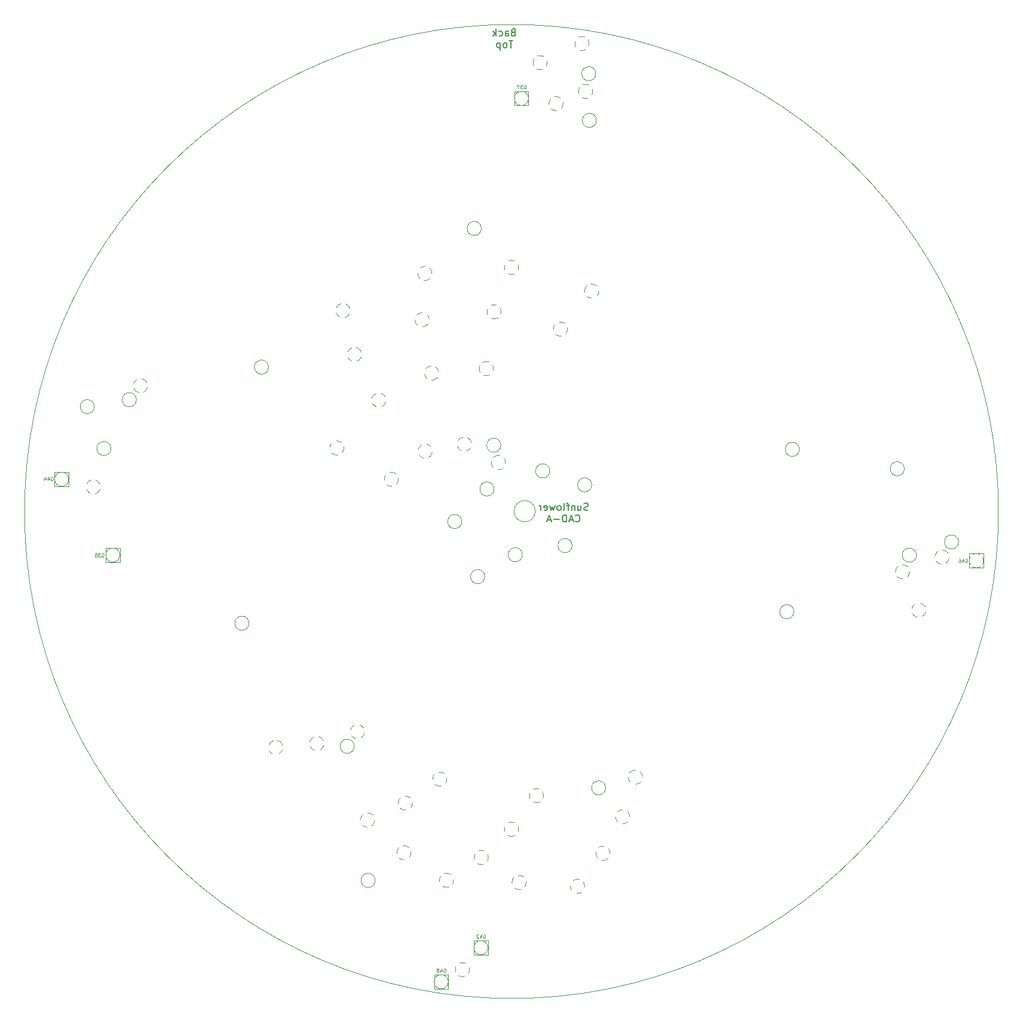
<source format=gbo>
G04 #@! TF.GenerationSoftware,KiCad,Pcbnew,5.1.9+dfsg1-1+deb11u1*
G04 #@! TF.CreationDate,2024-07-30T12:34:42+01:00*
G04 #@! TF.ProjectId,sunflower,73756e66-6c6f-4776-9572-2e6b69636164,rev?*
G04 #@! TF.SameCoordinates,Original*
G04 #@! TF.FileFunction,Legend,Bot*
G04 #@! TF.FilePolarity,Positive*
%FSLAX46Y46*%
G04 Gerber Fmt 4.6, Leading zero omitted, Abs format (unit mm)*
G04 Created by KiCad (PCBNEW 5.1.9+dfsg1-1+deb11u1) date 2024-07-30 12:34:42*
%MOMM*%
%LPD*%
G01*
G04 APERTURE LIST*
%ADD10C,0.150000*%
G04 #@! TA.AperFunction,Profile*
%ADD11C,0.050000*%
G04 #@! TD*
%ADD12C,0.120000*%
%ADD13C,0.100000*%
%ADD14C,1.800000*%
%ADD15R,1.800000X1.800000*%
G04 APERTURE END LIST*
D10*
X110852380Y-99779761D02*
X110709523Y-99827380D01*
X110471428Y-99827380D01*
X110376190Y-99779761D01*
X110328571Y-99732142D01*
X110280952Y-99636904D01*
X110280952Y-99541666D01*
X110328571Y-99446428D01*
X110376190Y-99398809D01*
X110471428Y-99351190D01*
X110661904Y-99303571D01*
X110757142Y-99255952D01*
X110804761Y-99208333D01*
X110852380Y-99113095D01*
X110852380Y-99017857D01*
X110804761Y-98922619D01*
X110757142Y-98875000D01*
X110661904Y-98827380D01*
X110423809Y-98827380D01*
X110280952Y-98875000D01*
X109423809Y-99160714D02*
X109423809Y-99827380D01*
X109852380Y-99160714D02*
X109852380Y-99684523D01*
X109804761Y-99779761D01*
X109709523Y-99827380D01*
X109566666Y-99827380D01*
X109471428Y-99779761D01*
X109423809Y-99732142D01*
X108947619Y-99160714D02*
X108947619Y-99827380D01*
X108947619Y-99255952D02*
X108900000Y-99208333D01*
X108804761Y-99160714D01*
X108661904Y-99160714D01*
X108566666Y-99208333D01*
X108519047Y-99303571D01*
X108519047Y-99827380D01*
X108185714Y-99160714D02*
X107804761Y-99160714D01*
X108042857Y-99827380D02*
X108042857Y-98970238D01*
X107995238Y-98875000D01*
X107899999Y-98827380D01*
X107804761Y-98827380D01*
X107328571Y-99827380D02*
X107423809Y-99779761D01*
X107471428Y-99684523D01*
X107471428Y-98827380D01*
X106804761Y-99827380D02*
X106900000Y-99779761D01*
X106947619Y-99732142D01*
X106995238Y-99636904D01*
X106995238Y-99351190D01*
X106947619Y-99255952D01*
X106900000Y-99208333D01*
X106804761Y-99160714D01*
X106661904Y-99160714D01*
X106566666Y-99208333D01*
X106519047Y-99255952D01*
X106471428Y-99351190D01*
X106471428Y-99636904D01*
X106519047Y-99732142D01*
X106566666Y-99779761D01*
X106661904Y-99827380D01*
X106804761Y-99827380D01*
X106138095Y-99160714D02*
X105947619Y-99827380D01*
X105757142Y-99351190D01*
X105566666Y-99827380D01*
X105376190Y-99160714D01*
X104614285Y-99779761D02*
X104709523Y-99827380D01*
X104899999Y-99827380D01*
X104995238Y-99779761D01*
X105042857Y-99684523D01*
X105042857Y-99303571D01*
X104995238Y-99208333D01*
X104899999Y-99160714D01*
X104709523Y-99160714D01*
X104614285Y-99208333D01*
X104566666Y-99303571D01*
X104566666Y-99398809D01*
X105042857Y-99494047D01*
X104138095Y-99827380D02*
X104138095Y-99160714D01*
X104138095Y-99351190D02*
X104090476Y-99255952D01*
X104042857Y-99208333D01*
X103947619Y-99160714D01*
X103852380Y-99160714D01*
X109066666Y-101382142D02*
X109114285Y-101429761D01*
X109257142Y-101477380D01*
X109352380Y-101477380D01*
X109495238Y-101429761D01*
X109590476Y-101334523D01*
X109638095Y-101239285D01*
X109685714Y-101048809D01*
X109685714Y-100905952D01*
X109638095Y-100715476D01*
X109590476Y-100620238D01*
X109495238Y-100525000D01*
X109352380Y-100477380D01*
X109257142Y-100477380D01*
X109114285Y-100525000D01*
X109066666Y-100572619D01*
X108685714Y-101191666D02*
X108209523Y-101191666D01*
X108780952Y-101477380D02*
X108447619Y-100477380D01*
X108114285Y-101477380D01*
X107780952Y-101477380D02*
X107780952Y-100477380D01*
X107542857Y-100477380D01*
X107400000Y-100525000D01*
X107304761Y-100620238D01*
X107257142Y-100715476D01*
X107209523Y-100905952D01*
X107209523Y-101048809D01*
X107257142Y-101239285D01*
X107304761Y-101334523D01*
X107400000Y-101429761D01*
X107542857Y-101477380D01*
X107780952Y-101477380D01*
X106780952Y-101096428D02*
X106019047Y-101096428D01*
X105590476Y-101191666D02*
X105114285Y-101191666D01*
X105685714Y-101477380D02*
X105352380Y-100477380D01*
X105019047Y-101477380D01*
X100214285Y-32103571D02*
X100071428Y-32151190D01*
X100023809Y-32198809D01*
X99976190Y-32294047D01*
X99976190Y-32436904D01*
X100023809Y-32532142D01*
X100071428Y-32579761D01*
X100166666Y-32627380D01*
X100547619Y-32627380D01*
X100547619Y-31627380D01*
X100214285Y-31627380D01*
X100119047Y-31675000D01*
X100071428Y-31722619D01*
X100023809Y-31817857D01*
X100023809Y-31913095D01*
X100071428Y-32008333D01*
X100119047Y-32055952D01*
X100214285Y-32103571D01*
X100547619Y-32103571D01*
X99119047Y-32627380D02*
X99119047Y-32103571D01*
X99166666Y-32008333D01*
X99261904Y-31960714D01*
X99452380Y-31960714D01*
X99547619Y-32008333D01*
X99119047Y-32579761D02*
X99214285Y-32627380D01*
X99452380Y-32627380D01*
X99547619Y-32579761D01*
X99595238Y-32484523D01*
X99595238Y-32389285D01*
X99547619Y-32294047D01*
X99452380Y-32246428D01*
X99214285Y-32246428D01*
X99119047Y-32198809D01*
X98214285Y-32579761D02*
X98309523Y-32627380D01*
X98500000Y-32627380D01*
X98595238Y-32579761D01*
X98642857Y-32532142D01*
X98690476Y-32436904D01*
X98690476Y-32151190D01*
X98642857Y-32055952D01*
X98595238Y-32008333D01*
X98500000Y-31960714D01*
X98309523Y-31960714D01*
X98214285Y-32008333D01*
X97785714Y-32627380D02*
X97785714Y-31627380D01*
X97690476Y-32246428D02*
X97404761Y-32627380D01*
X97404761Y-31960714D02*
X97785714Y-32341666D01*
X100190476Y-33277380D02*
X99619047Y-33277380D01*
X99904761Y-34277380D02*
X99904761Y-33277380D01*
X99142857Y-34277380D02*
X99238095Y-34229761D01*
X99285714Y-34182142D01*
X99333333Y-34086904D01*
X99333333Y-33801190D01*
X99285714Y-33705952D01*
X99238095Y-33658333D01*
X99142857Y-33610714D01*
X99000000Y-33610714D01*
X98904761Y-33658333D01*
X98857142Y-33705952D01*
X98809523Y-33801190D01*
X98809523Y-34086904D01*
X98857142Y-34182142D01*
X98904761Y-34229761D01*
X99000000Y-34277380D01*
X99142857Y-34277380D01*
X98380952Y-33610714D02*
X98380952Y-34610714D01*
X98380952Y-33658333D02*
X98285714Y-33610714D01*
X98095238Y-33610714D01*
X98000000Y-33658333D01*
X97952380Y-33705952D01*
X97904761Y-33801190D01*
X97904761Y-34086904D01*
X97952380Y-34182142D01*
X98000000Y-34229761D01*
X98095238Y-34277380D01*
X98285714Y-34277380D01*
X98380952Y-34229761D01*
D11*
X169000000Y-100000000D02*
G75*
G03*
X169000000Y-100000000I-69000000J0D01*
G01*
X103370000Y-99951320D02*
G75*
G03*
X103370000Y-99951320I-1500000J0D01*
G01*
D12*
X98484089Y-90610486D02*
G75*
G03*
X98484089Y-90610486I-1000000J0D01*
G01*
X161999412Y-106473216D02*
G75*
G03*
X161999412Y-106473216I-1000000J0D01*
G01*
X99141489Y-93063938D02*
G75*
G03*
X99141489Y-93063938I-1000000J0D01*
G01*
X94324310Y-90466117D02*
G75*
G03*
X94324310Y-90466117I-1000000J0D01*
G01*
X88784864Y-91446859D02*
G75*
G03*
X88784864Y-91446859I-1000000J0D01*
G01*
X83974182Y-95437930D02*
G75*
G03*
X83974182Y-95437930I-1000000J0D01*
G01*
X97431602Y-79762476D02*
G75*
G03*
X97431602Y-79762476I-1000000J0D01*
G01*
X89683876Y-80399837D02*
G75*
G03*
X89683876Y-80399837I-1000000J0D01*
G01*
X82195598Y-84221183D02*
G75*
G03*
X82195598Y-84221183I-1000000J0D01*
G01*
X76257910Y-90994566D02*
G75*
G03*
X76257910Y-90994566I-1000000J0D01*
G01*
X107925511Y-74153835D02*
G75*
G03*
X107925511Y-74153835I-1000000J0D01*
G01*
X98524136Y-71700073D02*
G75*
G03*
X98524136Y-71700073I-1000000J0D01*
G01*
X88333737Y-72836949D02*
G75*
G03*
X88333737Y-72836949I-1000000J0D01*
G01*
X78754778Y-77754666D02*
G75*
G03*
X78754778Y-77754666I-1000000J0D01*
G01*
X112365416Y-68774046D02*
G75*
G03*
X112365416Y-68774046I-1000000J0D01*
G01*
X101000104Y-65416548D02*
G75*
G03*
X101000104Y-65416548I-1000000J0D01*
G01*
X88725815Y-66276612D02*
G75*
G03*
X88725815Y-66276612I-1000000J0D01*
G01*
X79166096Y-131181806D02*
G75*
G03*
X79166096Y-131181806I-1000000J0D01*
G01*
X90839052Y-137920589D02*
G75*
G03*
X90839052Y-137920589I-1000000J0D01*
G01*
X104522366Y-140262726D02*
G75*
G03*
X104522366Y-140262726I-1000000J0D01*
G01*
X118556827Y-137651159D02*
G75*
G03*
X118556827Y-137651159I-1000000J0D01*
G01*
X73416832Y-132872033D02*
G75*
G03*
X73416832Y-132872033I-1000000J0D01*
G01*
X85959012Y-141324156D02*
G75*
G03*
X85959012Y-141324156I-1000000J0D01*
G01*
X100999773Y-145016607D02*
G75*
G03*
X100999773Y-145016607I-1000000J0D01*
G01*
X116744334Y-143257908D02*
G75*
G03*
X116744334Y-143257908I-1000000J0D01*
G01*
X67570775Y-133428856D02*
G75*
G03*
X67570775Y-133428856I-1000000J0D01*
G01*
X80609763Y-143726347D02*
G75*
G03*
X80609763Y-143726347I-1000000J0D01*
G01*
X96711718Y-149011905D02*
G75*
G03*
X96711718Y-149011905I-1000000J0D01*
G01*
X113975293Y-148425653D02*
G75*
G03*
X113975293Y-148425653I-1000000J0D01*
G01*
X85751055Y-148362405D02*
G75*
G03*
X85751055Y-148362405I-1000000J0D01*
G01*
X102066678Y-152562298D02*
G75*
G03*
X102066678Y-152562298I-1000000J0D01*
G01*
X91785752Y-152254480D02*
G75*
G03*
X91785752Y-152254480I-1000000J0D01*
G01*
X48430638Y-82181328D02*
G75*
G03*
X48430638Y-82181328I-1000000J0D01*
G01*
X156405119Y-108531957D02*
G75*
G03*
X156405119Y-108531957I-1000000J0D01*
G01*
X44510000Y-106190000D02*
G75*
G03*
X44510000Y-106190000I-1000000J0D01*
G01*
X107312274Y-42205966D02*
G75*
G03*
X107312274Y-42205966I-1000000J0D01*
G01*
X102410000Y-41470000D02*
G75*
G03*
X102410000Y-41470000I-1000000J0D01*
G01*
X158698852Y-113989468D02*
G75*
G03*
X158698852Y-113989468I-1000000J0D01*
G01*
X41742051Y-96513347D02*
G75*
G03*
X41742051Y-96513347I-1000000J0D01*
G01*
X111496779Y-40472920D02*
G75*
G03*
X111496779Y-40472920I-1000000J0D01*
G01*
X96660000Y-161810000D02*
G75*
G03*
X96660000Y-161810000I-1000000J0D01*
G01*
X105048316Y-36407720D02*
G75*
G03*
X105048316Y-36407720I-1000000J0D01*
G01*
X37260000Y-95420000D02*
G75*
G03*
X37260000Y-95420000I-1000000J0D01*
G01*
X94044912Y-164917920D02*
G75*
G03*
X94044912Y-164917920I-1000000J0D01*
G01*
X166870000Y-106970000D02*
G75*
G03*
X166870000Y-106970000I-1000000J0D01*
G01*
X97520051Y-96811214D02*
G75*
G03*
X97520051Y-96811214I-1000000J0D01*
G01*
X101535924Y-106125638D02*
G75*
G03*
X101535924Y-106125638I-1000000J0D01*
G01*
X105410827Y-94251699D02*
G75*
G03*
X105410827Y-94251699I-1000000J0D01*
G01*
X92954120Y-101418705D02*
G75*
G03*
X92954120Y-101418705I-1000000J0D01*
G01*
X108577395Y-104827335D02*
G75*
G03*
X108577395Y-104827335I-1000000J0D01*
G01*
X96198809Y-109222998D02*
G75*
G03*
X96198809Y-109222998I-1000000J0D01*
G01*
X111363000Y-96228179D02*
G75*
G03*
X111363000Y-96228179I-1000000J0D01*
G01*
X95719777Y-59891607D02*
G75*
G03*
X95719777Y-59891607I-1000000J0D01*
G01*
X77709204Y-133262446D02*
G75*
G03*
X77709204Y-133262446I-1000000J0D01*
G01*
X140790982Y-91178704D02*
G75*
G03*
X140790982Y-91178704I-1000000J0D01*
G01*
X65573156Y-79546128D02*
G75*
G03*
X65573156Y-79546128I-1000000J0D01*
G01*
X113346035Y-139157128D02*
G75*
G03*
X113346035Y-139157128I-1000000J0D01*
G01*
X155664068Y-93943054D02*
G75*
G03*
X155664068Y-93943054I-1000000J0D01*
G01*
X62792553Y-115825874D02*
G75*
G03*
X62792553Y-115825874I-1000000J0D01*
G01*
X140000543Y-114195204D02*
G75*
G03*
X140000543Y-114195204I-1000000J0D01*
G01*
X112029568Y-44583000D02*
G75*
G03*
X112029568Y-44583000I-1000000J0D01*
G01*
X163345406Y-104319174D02*
G75*
G03*
X163345406Y-104319174I-1000000J0D01*
G01*
X157377135Y-106185303D02*
G75*
G03*
X157377135Y-106185303I-1000000J0D01*
G01*
X43246701Y-91072607D02*
G75*
G03*
X43246701Y-91072607I-1000000J0D01*
G01*
X80677765Y-152266742D02*
G75*
G03*
X80677765Y-152266742I-1000000J0D01*
G01*
X40882458Y-85141438D02*
G75*
G03*
X40882458Y-85141438I-1000000J0D01*
G01*
X46849450Y-84169152D02*
G75*
G03*
X46849450Y-84169152I-1000000J0D01*
G01*
X111937867Y-37971512D02*
G75*
G03*
X111937867Y-37971512I-1000000J0D01*
G01*
X77122098Y-71543224D02*
G75*
G03*
X77122098Y-71543224I-1000000J0D01*
G01*
X110364467Y-153110749D02*
G75*
G03*
X110364467Y-153110749I-1000000J0D01*
G01*
X110988644Y-33685157D02*
G75*
G03*
X110988644Y-33685157I-1000000J0D01*
G01*
X91040000Y-166640000D02*
G75*
G03*
X91040000Y-166640000I-1000000J0D01*
G01*
X89040000Y-165640000D02*
X91040000Y-165640000D01*
X91040000Y-167640000D02*
X91040000Y-165640000D01*
X89040000Y-167640000D02*
X91040000Y-167640000D01*
X89040000Y-167640000D02*
X89040000Y-165640000D01*
X164870000Y-105970000D02*
X166870000Y-105970000D01*
X166870000Y-107970000D02*
X166870000Y-105970000D01*
X164870000Y-107970000D02*
X166870000Y-107970000D01*
X164870000Y-107970000D02*
X164870000Y-105970000D01*
X100410000Y-40470000D02*
X102410000Y-40470000D01*
X102410000Y-42470000D02*
X102410000Y-40470000D01*
X100410000Y-42470000D02*
X102410000Y-42470000D01*
X100410000Y-42470000D02*
X100410000Y-40470000D01*
X42510000Y-105190000D02*
X44510000Y-105190000D01*
X44510000Y-107190000D02*
X44510000Y-105190000D01*
X42510000Y-107190000D02*
X44510000Y-107190000D01*
X42510000Y-107190000D02*
X42510000Y-105190000D01*
X35260000Y-94420000D02*
X37260000Y-94420000D01*
X37260000Y-96420000D02*
X37260000Y-94420000D01*
X35260000Y-96420000D02*
X37260000Y-96420000D01*
X35260000Y-96420000D02*
X35260000Y-94420000D01*
X94660000Y-160810000D02*
X96660000Y-160810000D01*
X96660000Y-162810000D02*
X96660000Y-160810000D01*
X94660000Y-162810000D02*
X96660000Y-162810000D01*
X94660000Y-162810000D02*
X94660000Y-160810000D01*
D13*
X90395238Y-164790000D02*
X90442857Y-164766190D01*
X90514285Y-164766190D01*
X90585714Y-164790000D01*
X90633333Y-164837619D01*
X90657142Y-164885238D01*
X90680952Y-164980476D01*
X90680952Y-165051904D01*
X90657142Y-165147142D01*
X90633333Y-165194761D01*
X90585714Y-165242380D01*
X90514285Y-165266190D01*
X90466666Y-165266190D01*
X90395238Y-165242380D01*
X90371428Y-165218571D01*
X90371428Y-165051904D01*
X90466666Y-165051904D01*
X89942857Y-164932857D02*
X89942857Y-165266190D01*
X90061904Y-164742380D02*
X90180952Y-165099523D01*
X89871428Y-165099523D01*
X89609523Y-164980476D02*
X89657142Y-164956666D01*
X89680952Y-164932857D01*
X89704761Y-164885238D01*
X89704761Y-164861428D01*
X89680952Y-164813809D01*
X89657142Y-164790000D01*
X89609523Y-164766190D01*
X89514285Y-164766190D01*
X89466666Y-164790000D01*
X89442857Y-164813809D01*
X89419047Y-164861428D01*
X89419047Y-164885238D01*
X89442857Y-164932857D01*
X89466666Y-164956666D01*
X89514285Y-164980476D01*
X89609523Y-164980476D01*
X89657142Y-165004285D01*
X89680952Y-165028095D01*
X89704761Y-165075714D01*
X89704761Y-165170952D01*
X89680952Y-165218571D01*
X89657142Y-165242380D01*
X89609523Y-165266190D01*
X89514285Y-165266190D01*
X89466666Y-165242380D01*
X89442857Y-165218571D01*
X89419047Y-165170952D01*
X89419047Y-165075714D01*
X89442857Y-165028095D01*
X89466666Y-165004285D01*
X89514285Y-164980476D01*
X164345238Y-106750000D02*
X164392857Y-106726190D01*
X164464285Y-106726190D01*
X164535714Y-106750000D01*
X164583333Y-106797619D01*
X164607142Y-106845238D01*
X164630952Y-106940476D01*
X164630952Y-107011904D01*
X164607142Y-107107142D01*
X164583333Y-107154761D01*
X164535714Y-107202380D01*
X164464285Y-107226190D01*
X164416666Y-107226190D01*
X164345238Y-107202380D01*
X164321428Y-107178571D01*
X164321428Y-107011904D01*
X164416666Y-107011904D01*
X163892857Y-106892857D02*
X163892857Y-107226190D01*
X164011904Y-106702380D02*
X164130952Y-107059523D01*
X163821428Y-107059523D01*
X163416666Y-106726190D02*
X163511904Y-106726190D01*
X163559523Y-106750000D01*
X163583333Y-106773809D01*
X163630952Y-106845238D01*
X163654761Y-106940476D01*
X163654761Y-107130952D01*
X163630952Y-107178571D01*
X163607142Y-107202380D01*
X163559523Y-107226190D01*
X163464285Y-107226190D01*
X163416666Y-107202380D01*
X163392857Y-107178571D01*
X163369047Y-107130952D01*
X163369047Y-107011904D01*
X163392857Y-106964285D01*
X163416666Y-106940476D01*
X163464285Y-106916666D01*
X163559523Y-106916666D01*
X163607142Y-106940476D01*
X163630952Y-106964285D01*
X163654761Y-107011904D01*
X101765238Y-39620000D02*
X101812857Y-39596190D01*
X101884285Y-39596190D01*
X101955714Y-39620000D01*
X102003333Y-39667619D01*
X102027142Y-39715238D01*
X102050952Y-39810476D01*
X102050952Y-39881904D01*
X102027142Y-39977142D01*
X102003333Y-40024761D01*
X101955714Y-40072380D01*
X101884285Y-40096190D01*
X101836666Y-40096190D01*
X101765238Y-40072380D01*
X101741428Y-40048571D01*
X101741428Y-39881904D01*
X101836666Y-39881904D01*
X101574761Y-39596190D02*
X101265238Y-39596190D01*
X101431904Y-39786666D01*
X101360476Y-39786666D01*
X101312857Y-39810476D01*
X101289047Y-39834285D01*
X101265238Y-39881904D01*
X101265238Y-40000952D01*
X101289047Y-40048571D01*
X101312857Y-40072380D01*
X101360476Y-40096190D01*
X101503333Y-40096190D01*
X101550952Y-40072380D01*
X101574761Y-40048571D01*
X101098571Y-39596190D02*
X100765238Y-39596190D01*
X100979523Y-40096190D01*
X41945238Y-105950000D02*
X41992857Y-105926190D01*
X42064285Y-105926190D01*
X42135714Y-105950000D01*
X42183333Y-105997619D01*
X42207142Y-106045238D01*
X42230952Y-106140476D01*
X42230952Y-106211904D01*
X42207142Y-106307142D01*
X42183333Y-106354761D01*
X42135714Y-106402380D01*
X42064285Y-106426190D01*
X42016666Y-106426190D01*
X41945238Y-106402380D01*
X41921428Y-106378571D01*
X41921428Y-106211904D01*
X42016666Y-106211904D01*
X41754761Y-105926190D02*
X41445238Y-105926190D01*
X41611904Y-106116666D01*
X41540476Y-106116666D01*
X41492857Y-106140476D01*
X41469047Y-106164285D01*
X41445238Y-106211904D01*
X41445238Y-106330952D01*
X41469047Y-106378571D01*
X41492857Y-106402380D01*
X41540476Y-106426190D01*
X41683333Y-106426190D01*
X41730952Y-106402380D01*
X41754761Y-106378571D01*
X40992857Y-105926190D02*
X41230952Y-105926190D01*
X41254761Y-106164285D01*
X41230952Y-106140476D01*
X41183333Y-106116666D01*
X41064285Y-106116666D01*
X41016666Y-106140476D01*
X40992857Y-106164285D01*
X40969047Y-106211904D01*
X40969047Y-106330952D01*
X40992857Y-106378571D01*
X41016666Y-106402380D01*
X41064285Y-106426190D01*
X41183333Y-106426190D01*
X41230952Y-106402380D01*
X41254761Y-106378571D01*
X34745238Y-95150000D02*
X34792857Y-95126190D01*
X34864285Y-95126190D01*
X34935714Y-95150000D01*
X34983333Y-95197619D01*
X35007142Y-95245238D01*
X35030952Y-95340476D01*
X35030952Y-95411904D01*
X35007142Y-95507142D01*
X34983333Y-95554761D01*
X34935714Y-95602380D01*
X34864285Y-95626190D01*
X34816666Y-95626190D01*
X34745238Y-95602380D01*
X34721428Y-95578571D01*
X34721428Y-95411904D01*
X34816666Y-95411904D01*
X34292857Y-95292857D02*
X34292857Y-95626190D01*
X34411904Y-95102380D02*
X34530952Y-95459523D01*
X34221428Y-95459523D01*
X33816666Y-95292857D02*
X33816666Y-95626190D01*
X33935714Y-95102380D02*
X34054761Y-95459523D01*
X33745238Y-95459523D01*
X96015238Y-159960000D02*
X96062857Y-159936190D01*
X96134285Y-159936190D01*
X96205714Y-159960000D01*
X96253333Y-160007619D01*
X96277142Y-160055238D01*
X96300952Y-160150476D01*
X96300952Y-160221904D01*
X96277142Y-160317142D01*
X96253333Y-160364761D01*
X96205714Y-160412380D01*
X96134285Y-160436190D01*
X96086666Y-160436190D01*
X96015238Y-160412380D01*
X95991428Y-160388571D01*
X95991428Y-160221904D01*
X96086666Y-160221904D01*
X95562857Y-160102857D02*
X95562857Y-160436190D01*
X95681904Y-159912380D02*
X95800952Y-160269523D01*
X95491428Y-160269523D01*
X95324761Y-159983809D02*
X95300952Y-159960000D01*
X95253333Y-159936190D01*
X95134285Y-159936190D01*
X95086666Y-159960000D01*
X95062857Y-159983809D01*
X95039047Y-160031428D01*
X95039047Y-160079047D01*
X95062857Y-160150476D01*
X95348571Y-160436190D01*
X95039047Y-160436190D01*
%LPC*%
D14*
X90040000Y-166640000D03*
D15*
X165870000Y-106970000D03*
D14*
X101410000Y-41470000D03*
X43510000Y-106190000D03*
X36260000Y-95420000D03*
X95660000Y-161810000D03*
D13*
G36*
X161228461Y-127711190D02*
G01*
X159565478Y-127022359D01*
X160254309Y-125359376D01*
X161917292Y-126048207D01*
X161228461Y-127711190D01*
G37*
D14*
X161713401Y-124188629D03*
D13*
G36*
X46770823Y-141739315D02*
G01*
X48245297Y-140706877D01*
X49277735Y-142181351D01*
X47803261Y-143213789D01*
X46770823Y-141739315D01*
G37*
D14*
X49481163Y-144040979D03*
D13*
G36*
X154853894Y-73957485D02*
G01*
X153103628Y-73537283D01*
X153523830Y-71787017D01*
X155274096Y-72207219D01*
X154853894Y-73957485D01*
G37*
D14*
X154781814Y-70402431D03*
D13*
G36*
X148114479Y-139880350D02*
G01*
X147173981Y-138345598D01*
X148708733Y-137405100D01*
X149649231Y-138939852D01*
X148114479Y-139880350D01*
G37*
D14*
X150577312Y-137315579D03*
D13*
G36*
X160127772Y-94433931D02*
G01*
X158464789Y-93745100D01*
X159153620Y-92082117D01*
X160816603Y-92770948D01*
X160127772Y-94433931D01*
G37*
D14*
X160612712Y-90911370D03*
D13*
G36*
X89847546Y-159948947D02*
G01*
X90237137Y-158191614D01*
X91994470Y-158581205D01*
X91604879Y-160338538D01*
X89847546Y-159948947D01*
G37*
D14*
X93400800Y-159814832D03*
D13*
G36*
X148446388Y-127845714D02*
G01*
X147119289Y-126629651D01*
X148335352Y-125302552D01*
X149662451Y-126518615D01*
X148446388Y-127845714D01*
G37*
D14*
X150106870Y-124701449D03*
D13*
G36*
X45345355Y-120176700D02*
G01*
X47088021Y-119726016D01*
X47538705Y-121468682D01*
X45796039Y-121919366D01*
X45345355Y-120176700D01*
G37*
D14*
X47077996Y-123281787D03*
D13*
G36*
X47286554Y-80916717D02*
G01*
X48695249Y-82037244D01*
X47574722Y-83445939D01*
X46166027Y-82325412D01*
X47286554Y-80916717D01*
G37*
D14*
X45849450Y-84169152D03*
D13*
G36*
X152073463Y-86023698D02*
G01*
X150275176Y-86102213D01*
X150196661Y-84303926D01*
X151994948Y-84225411D01*
X152073463Y-86023698D01*
G37*
D14*
X151024268Y-82626230D03*
D13*
G36*
X144538791Y-68783045D02*
G01*
X142781458Y-69172636D01*
X142391867Y-67415303D01*
X144149200Y-67025712D01*
X144538791Y-68783045D01*
G37*
D14*
X142915573Y-65619382D03*
D13*
G36*
X99664316Y-98471696D02*
G01*
X98448253Y-99798795D01*
X97121154Y-98582732D01*
X98337217Y-97255633D01*
X99664316Y-98471696D01*
G37*
D14*
X96520051Y-96811214D03*
D13*
G36*
X99339533Y-102777169D02*
G01*
X101132683Y-102620289D01*
X101289563Y-104413439D01*
X99496413Y-104570319D01*
X99339533Y-102777169D01*
G37*
D14*
X100535924Y-106125638D03*
D13*
G36*
X103030706Y-97528720D02*
G01*
X101602670Y-96432950D01*
X102698440Y-95004914D01*
X104126476Y-96100684D01*
X103030706Y-97528720D01*
G37*
D14*
X104410827Y-94251699D03*
D13*
G36*
X95185576Y-99935029D02*
G01*
X95498142Y-101707683D01*
X93725488Y-102020249D01*
X93412922Y-100247595D01*
X95185576Y-99935029D01*
G37*
D14*
X91954120Y-101418705D03*
D13*
G36*
X104192559Y-103738075D02*
G01*
X105159699Y-102219971D01*
X106677803Y-103187111D01*
X105710663Y-104705215D01*
X104192559Y-103738075D01*
G37*
D14*
X107577395Y-104827335D03*
D13*
G36*
X99243759Y-93700334D02*
G01*
X97505093Y-94166208D01*
X97039219Y-92427542D01*
X98777885Y-91961668D01*
X99243759Y-93700334D01*
G37*
D14*
X97484089Y-90610486D03*
D13*
G36*
X95988915Y-105756106D02*
G01*
X97585535Y-106587254D01*
X96754387Y-108183874D01*
X95157767Y-107352726D01*
X95988915Y-105756106D01*
G37*
D14*
X95198809Y-109222998D03*
D13*
G36*
X107438275Y-98250450D02*
G01*
X106822639Y-96559004D01*
X108514085Y-95943368D01*
X109129721Y-97634814D01*
X107438275Y-98250450D01*
G37*
D14*
X110363000Y-96228179D03*
D13*
G36*
X92787082Y-96038156D02*
G01*
X92098251Y-97701139D01*
X90435268Y-97012308D01*
X91124099Y-95349325D01*
X92787082Y-96038156D01*
G37*
D14*
X89264521Y-95553216D03*
D13*
G36*
X102877944Y-108301358D02*
G01*
X104509298Y-107540646D01*
X105270010Y-109172000D01*
X103638656Y-109932712D01*
X102877944Y-108301358D01*
G37*
D14*
X105147427Y-111038701D03*
D13*
G36*
X103646599Y-91427434D02*
G01*
X101929908Y-90886163D01*
X102471179Y-89169472D01*
X104187870Y-89710743D01*
X103646599Y-91427434D01*
G37*
D14*
X103822683Y-87876013D03*
D13*
G36*
X91079273Y-104111149D02*
G01*
X91979273Y-105669995D01*
X90420427Y-106569995D01*
X89520427Y-105011149D01*
X91079273Y-104111149D01*
G37*
D14*
X88550146Y-106610572D03*
D13*
G36*
X109830935Y-103101321D02*
G01*
X110220527Y-101343989D01*
X111977859Y-101733581D01*
X111588267Y-103490913D01*
X109830935Y-103101321D01*
G37*
D14*
X113384189Y-102967209D03*
D13*
G36*
X94577766Y-90687136D02*
G01*
X93103291Y-91719573D01*
X92070854Y-90245098D01*
X93545329Y-89212661D01*
X94577766Y-90687136D01*
G37*
D14*
X91867426Y-88385471D03*
D13*
G36*
X97646874Y-110978571D02*
G01*
X99431474Y-111213519D01*
X99196526Y-112998119D01*
X97411926Y-112763171D01*
X97646874Y-110978571D01*
G37*
D14*
X98090162Y-114506615D03*
D13*
G36*
X109487608Y-93213825D02*
G01*
X108330591Y-91834944D01*
X109709472Y-90677927D01*
X110866489Y-92056808D01*
X109487608Y-93213825D01*
G37*
D14*
X111544294Y-90313196D03*
D13*
G36*
X87996017Y-98575031D02*
G01*
X87917502Y-100373318D01*
X86119215Y-100294803D01*
X86197730Y-98496516D01*
X87996017Y-98575031D01*
G37*
D14*
X84520034Y-99324123D03*
D13*
G36*
X108179178Y-109451978D02*
G01*
X109451971Y-108179187D01*
X110724762Y-109451980D01*
X109451969Y-110724771D01*
X108179178Y-109451978D01*
G37*
D14*
X111248020Y-111248031D03*
D13*
G36*
X100337847Y-87104788D02*
G01*
X98539561Y-87183302D01*
X98461047Y-85385016D01*
X100259333Y-85306502D01*
X100337847Y-87104788D01*
G37*
D14*
X99288655Y-83707320D03*
D13*
G36*
X90787919Y-109578369D02*
G01*
X92166798Y-110735388D01*
X91009779Y-112114267D01*
X89630900Y-110957248D01*
X90787919Y-109578369D01*
G37*
D14*
X89266167Y-112792070D03*
D13*
G36*
X113640670Y-99111946D02*
G01*
X113405724Y-97327346D01*
X115190324Y-97092400D01*
X115425270Y-98877000D01*
X113640670Y-99111946D01*
G37*
D14*
X116933767Y-97770637D03*
D13*
G36*
X89038320Y-91225842D02*
G01*
X88005881Y-92700315D01*
X86531408Y-91667876D01*
X87563847Y-90193403D01*
X89038320Y-91225842D01*
G37*
D14*
X85704218Y-89989973D03*
D13*
G36*
X102232777Y-114229657D02*
G01*
X103990110Y-113840066D01*
X104379701Y-115597399D01*
X102622368Y-115986990D01*
X102232777Y-114229657D01*
G37*
D14*
X103855995Y-117393320D03*
D13*
G36*
X108145170Y-87692170D02*
G01*
X106586325Y-86792169D01*
X107486326Y-85233324D01*
X109045171Y-86133325D01*
X108145170Y-87692170D01*
G37*
D14*
X109085750Y-84263043D03*
D13*
G36*
X85347311Y-103676288D02*
G01*
X85888580Y-105392979D01*
X84171889Y-105934248D01*
X83630620Y-104217557D01*
X85347311Y-103676288D01*
G37*
D14*
X82337158Y-105569060D03*
D13*
G36*
X113596370Y-107333144D02*
G01*
X114357084Y-105701790D01*
X115988438Y-106462504D01*
X115227724Y-108093858D01*
X113596370Y-107333144D01*
G37*
D14*
X117094424Y-107971276D03*
D13*
G36*
X94801665Y-85098264D02*
G01*
X93138682Y-85787093D01*
X92449853Y-84124110D01*
X94112836Y-83435281D01*
X94801665Y-85098264D01*
G37*
D14*
X92653745Y-82264533D03*
D13*
G36*
X93652638Y-114807776D02*
G01*
X95344084Y-115423414D01*
X94728446Y-117114860D01*
X93037000Y-116499222D01*
X93652638Y-114807776D01*
G37*
D14*
X93321808Y-118348136D03*
D13*
G36*
X114970379Y-93221573D02*
G01*
X114139233Y-91624953D01*
X115735853Y-90793807D01*
X116566999Y-92390427D01*
X114970379Y-93221573D01*
G37*
D14*
X117606124Y-90834850D03*
D13*
G36*
X84076453Y-94801535D02*
G01*
X83610577Y-96540201D01*
X81871911Y-96074325D01*
X82337787Y-94335659D01*
X84076453Y-94801535D01*
G37*
D14*
X80520730Y-94780528D03*
D13*
G36*
X108395868Y-114853944D02*
G01*
X109913974Y-113886806D01*
X110881112Y-115404912D01*
X109363006Y-116372050D01*
X108395868Y-114853944D01*
G37*
D14*
X111003230Y-117271644D03*
D13*
G36*
X103898470Y-83073667D02*
G01*
X102125816Y-82761099D01*
X102438384Y-80988445D01*
X104211038Y-81301013D01*
X103898470Y-83073667D01*
G37*
D14*
X103609495Y-79529644D03*
D13*
G36*
X85450417Y-110029842D02*
G01*
X86546186Y-111457879D01*
X85118149Y-112553648D01*
X84022380Y-111125611D01*
X85450417Y-110029842D01*
G37*
D14*
X83269165Y-112837997D03*
D13*
G36*
X117800049Y-102460757D02*
G01*
X117956931Y-100667607D01*
X119750081Y-100824489D01*
X119593199Y-102617639D01*
X117800049Y-102460757D01*
G37*
D14*
X121305399Y-101864001D03*
D13*
G36*
X88340477Y-85943669D02*
G01*
X87013376Y-87159730D01*
X85797315Y-85832629D01*
X87124416Y-84616568D01*
X88340477Y-85943669D01*
G37*
D14*
X85352898Y-84015463D03*
D13*
G36*
X99099981Y-118529999D02*
G01*
X100899981Y-118530001D01*
X100899979Y-120330001D01*
X99099979Y-120329999D01*
X99099981Y-118529999D01*
G37*
D14*
X99999978Y-121970000D03*
D13*
G36*
X113375151Y-86735780D02*
G01*
X112048053Y-85519716D01*
X113264117Y-84192618D01*
X114591215Y-85408682D01*
X113375151Y-86735780D01*
G37*
D14*
X115035636Y-83591517D03*
D13*
G36*
X80897001Y-100767838D02*
G01*
X81053880Y-102560989D01*
X79260729Y-102717868D01*
X79103850Y-100924717D01*
X80897001Y-100767838D01*
G37*
D14*
X77548531Y-101964225D03*
D13*
G36*
X114823515Y-112508935D02*
G01*
X115919287Y-111080901D01*
X117347321Y-112176673D01*
X116251549Y-113604707D01*
X114823515Y-112508935D01*
G37*
D14*
X118100534Y-113889060D03*
D13*
G36*
X97474212Y-80492521D02*
G01*
X95701557Y-80805086D01*
X95388992Y-79032431D01*
X97161647Y-78719866D01*
X97474212Y-80492521D01*
G37*
D14*
X95990538Y-77261064D03*
D13*
G36*
X88537503Y-116317432D02*
G01*
X90055606Y-117284573D01*
X89088465Y-118802676D01*
X87570362Y-117835535D01*
X88537503Y-116317432D01*
G37*
D14*
X87448240Y-119702266D03*
D13*
G36*
X119733590Y-95644174D02*
G01*
X119267717Y-93905507D01*
X121006384Y-93439634D01*
X121472257Y-95178301D01*
X119733590Y-95644174D01*
G37*
D14*
X122823439Y-93884506D03*
D13*
G36*
X82273409Y-89757449D02*
G01*
X81442260Y-91354068D01*
X79845641Y-90522919D01*
X80676790Y-88926300D01*
X82273409Y-89757449D01*
G37*
D14*
X78806519Y-88967340D03*
D13*
G36*
X106239101Y-119773287D02*
G01*
X107930549Y-119157653D01*
X108546183Y-120849101D01*
X106854735Y-121464735D01*
X106239101Y-119773287D01*
G37*
D14*
X108261370Y-122698014D03*
D13*
G36*
X108857652Y-80967620D02*
G01*
X107194670Y-80278788D01*
X107883502Y-78615806D01*
X109546484Y-79304638D01*
X108857652Y-80967620D01*
G37*
D14*
X109342595Y-77445061D03*
D13*
G36*
X80379591Y-108156077D02*
G01*
X81140302Y-109787432D01*
X79508947Y-110548143D01*
X78748236Y-108916788D01*
X80379591Y-108156077D01*
G37*
D14*
X77642245Y-110425558D03*
D13*
G36*
X120217111Y-107318137D02*
G01*
X120758383Y-105601447D01*
X122475073Y-106142719D01*
X121933801Y-107859409D01*
X120217111Y-107318137D01*
G37*
D14*
X123768532Y-107494224D03*
D13*
G36*
X89913298Y-80729262D02*
G01*
X88354451Y-81629259D01*
X87454454Y-80070412D01*
X89013301Y-79170415D01*
X89913298Y-80729262D01*
G37*
D14*
X87413878Y-78200131D03*
D13*
G36*
X94363962Y-121264182D02*
G01*
X96121294Y-121653776D01*
X95731700Y-123411108D01*
X93974368Y-123021514D01*
X94363962Y-121264182D01*
G37*
D14*
X94498071Y-124817437D03*
D13*
G36*
X118722040Y-87989421D02*
G01*
X117689605Y-86514946D01*
X119164080Y-85482511D01*
X120196515Y-86956986D01*
X118722040Y-87989421D01*
G37*
D14*
X121023708Y-85279084D03*
D13*
G36*
X77841767Y-96175015D02*
G01*
X77606817Y-97959615D01*
X75822217Y-97724665D01*
X76057167Y-95940065D01*
X77841767Y-96175015D01*
G37*
D14*
X74313722Y-96618300D03*
D13*
G36*
X113907150Y-117974099D02*
G01*
X115286032Y-116817083D01*
X116443048Y-118195965D01*
X115064166Y-119352981D01*
X113907150Y-117974099D01*
G37*
D14*
X116807777Y-120030788D03*
D13*
G36*
X101900085Y-77114721D02*
G01*
X100101798Y-77036204D01*
X100180315Y-75237917D01*
X101978602Y-75316434D01*
X101900085Y-77114721D01*
G37*
D14*
X101150996Y-73638737D03*
D13*
G36*
X82971276Y-115755883D02*
G01*
X84244066Y-117028677D01*
X82971272Y-118301467D01*
X81698482Y-117028673D01*
X82971276Y-115755883D01*
G37*
D14*
X81175220Y-118824723D03*
D13*
G36*
X123432856Y-99877794D02*
G01*
X123354343Y-98079507D01*
X125152630Y-98000994D01*
X125231143Y-99799281D01*
X123432856Y-99877794D01*
G37*
D14*
X126830325Y-98828604D03*
D13*
G36*
X82463547Y-84110254D02*
G01*
X81306527Y-85489132D01*
X79927649Y-84332112D01*
X81084669Y-82953234D01*
X82463547Y-84110254D01*
G37*
D14*
X79249848Y-82588499D03*
D13*
G36*
X102224226Y-123790136D02*
G01*
X104008827Y-123555191D01*
X104243772Y-125339792D01*
X102459171Y-125574737D01*
X102224226Y-123790136D01*
G37*
D14*
X103565531Y-127083234D03*
D13*
G36*
X114562993Y-80771060D02*
G01*
X113088521Y-79738620D01*
X114120961Y-78264148D01*
X115595433Y-79296588D01*
X114562993Y-80771060D01*
G37*
D14*
X115798865Y-77436960D03*
D13*
G36*
X76051961Y-104387260D02*
G01*
X76441549Y-106144594D01*
X74684215Y-106534182D01*
X74294627Y-104776848D01*
X76051961Y-104387260D01*
G37*
D14*
X72888296Y-106010473D03*
D13*
G36*
X120814007Y-113056250D02*
G01*
X121714009Y-111497406D01*
X123272853Y-112397408D01*
X122372851Y-113956252D01*
X120814007Y-113056250D01*
G37*
D14*
X124243132Y-113996833D03*
D13*
G36*
X93408290Y-76100671D02*
G01*
X91691599Y-76641938D01*
X91150332Y-74925247D01*
X92867023Y-74383980D01*
X93408290Y-76100671D01*
G37*
D14*
X91515523Y-73090517D03*
D13*
G36*
X88620802Y-122273084D02*
G01*
X90252155Y-123033799D01*
X89491440Y-124665152D01*
X87860087Y-123904437D01*
X88620802Y-122273084D01*
G37*
D14*
X87982667Y-125771138D03*
D13*
G36*
X123638691Y-91182735D02*
G01*
X122949864Y-89519750D01*
X124612849Y-88830923D01*
X125301676Y-90493908D01*
X123638691Y-91182735D01*
G37*
D14*
X126472426Y-89034817D03*
D13*
G36*
X76411452Y-90456663D02*
G01*
X75795813Y-92148108D01*
X74104368Y-91532469D01*
X74720007Y-89841024D01*
X76411452Y-90456663D01*
G37*
D14*
X72871092Y-90125830D03*
D13*
G36*
X111043094Y-123162800D02*
G01*
X112639715Y-122331655D01*
X113470860Y-123928276D01*
X111874239Y-124759421D01*
X111043094Y-123162800D01*
G37*
D14*
X113429815Y-125798548D03*
D13*
G36*
X107561905Y-75256107D02*
G01*
X105823239Y-74790229D01*
X106289117Y-73051563D01*
X108027783Y-73517441D01*
X107561905Y-75256107D01*
G37*
D14*
X107582915Y-71700385D03*
D13*
G36*
X77529640Y-113248021D02*
G01*
X78496776Y-114766127D01*
X76978670Y-115733263D01*
X76011534Y-114215157D01*
X77529640Y-113248021D01*
G37*
D14*
X75111939Y-115855378D03*
D13*
G36*
X125723892Y-105449751D02*
G01*
X126036462Y-103677097D01*
X127809116Y-103989667D01*
X127496546Y-105762321D01*
X125723892Y-105449751D01*
G37*
D14*
X129267914Y-105160781D03*
D13*
G36*
X84589277Y-78437859D02*
G01*
X83161239Y-79533627D01*
X82065471Y-78105589D01*
X83493509Y-77009821D01*
X84589277Y-78437859D01*
G37*
D14*
X81781124Y-76256604D03*
D13*
G36*
X96776770Y-126514743D02*
G01*
X98569920Y-126671627D01*
X98413036Y-128464777D01*
X96619886Y-128307893D01*
X96776770Y-126514743D01*
G37*
D14*
X97373523Y-130020094D03*
D13*
G36*
X120440986Y-82490068D02*
G01*
X119224926Y-81162966D01*
X120552028Y-79946906D01*
X121768088Y-81274008D01*
X120440986Y-82490068D01*
G37*
D14*
X122369195Y-79502491D03*
D13*
G36*
X72895781Y-99099946D02*
G01*
X72895777Y-100899946D01*
X71095777Y-100899942D01*
X71095781Y-99099942D01*
X72895781Y-99099946D01*
G37*
D14*
X69455779Y-99999938D03*
D13*
G36*
X119524625Y-119111805D02*
G01*
X120740690Y-117784708D01*
X122067787Y-119000773D01*
X120851722Y-120327870D01*
X119524625Y-119111805D01*
G37*
D14*
X122668886Y-120772291D03*
D13*
G36*
X98499150Y-72518210D02*
G01*
X96705999Y-72675087D01*
X96549122Y-70881936D01*
X98342273Y-70725059D01*
X98499150Y-72518210D01*
G37*
D14*
X97302766Y-69169739D03*
D13*
G36*
X82418451Y-121434214D02*
G01*
X83846485Y-122529988D01*
X82750711Y-123958022D01*
X81322677Y-122862248D01*
X82418451Y-121434214D01*
G37*
D14*
X81038323Y-124711232D03*
D13*
G36*
X127638734Y-96040490D02*
G01*
X127326171Y-94267835D01*
X129098826Y-93955272D01*
X129411389Y-95727927D01*
X127638734Y-96040490D01*
G37*
D14*
X130870192Y-94556819D03*
D13*
G36*
X76781246Y-84140830D02*
G01*
X75814103Y-85658933D01*
X74296000Y-84691790D01*
X75263143Y-83173687D01*
X76781246Y-84140830D01*
G37*
D14*
X73396411Y-83051564D03*
D13*
G36*
X106455075Y-127568241D02*
G01*
X108193743Y-127102371D01*
X108659613Y-128841039D01*
X106920945Y-129306909D01*
X106455075Y-127568241D01*
G37*
D14*
X108214740Y-130658094D03*
D13*
G36*
X113955554Y-75140877D02*
G01*
X112358937Y-74309726D01*
X113190088Y-72713109D01*
X114786705Y-73544260D01*
X113955554Y-75140877D01*
G37*
D14*
X114745667Y-71673989D03*
D13*
G36*
X72734507Y-108966000D02*
G01*
X73350139Y-110657448D01*
X71658691Y-111273080D01*
X71043059Y-109581632D01*
X72734507Y-108966000D01*
G37*
D14*
X69809777Y-110988266D03*
D13*
G36*
X126337199Y-111883448D02*
G01*
X127026033Y-110220466D01*
X128689015Y-110909300D01*
X128000181Y-112572282D01*
X126337199Y-111883448D01*
G37*
D14*
X129859759Y-112368396D03*
D13*
G36*
X88529769Y-73272272D02*
G01*
X86898414Y-74032981D01*
X86137705Y-72401626D01*
X87769060Y-71640917D01*
X88529769Y-73272272D01*
G37*
D14*
X86260291Y-70534925D03*
D13*
G36*
X90342640Y-127636050D02*
G01*
X92059329Y-128177325D01*
X91518054Y-129894014D01*
X89801365Y-129352739D01*
X90342640Y-127636050D01*
G37*
D14*
X90166549Y-131187472D03*
D13*
G36*
X125954283Y-86054597D02*
G01*
X125054287Y-84495749D01*
X126613135Y-83595753D01*
X127513131Y-85154601D01*
X125954283Y-86054597D01*
G37*
D14*
X128483417Y-83555181D03*
D13*
G36*
X71259910Y-92706552D02*
G01*
X70870314Y-94463884D01*
X69112982Y-94074288D01*
X69502578Y-92316956D01*
X71259910Y-92706552D01*
G37*
D14*
X67706656Y-92840658D03*
D13*
G36*
X116369037Y-124946635D02*
G01*
X117843513Y-123914201D01*
X118875947Y-125388677D01*
X117401471Y-126421111D01*
X116369037Y-124946635D01*
G37*
D14*
X119079372Y-127248306D03*
D13*
G36*
X104809393Y-70364763D02*
G01*
X103024793Y-70129811D01*
X103259745Y-68345211D01*
X105044345Y-68580163D01*
X104809393Y-70364763D01*
G37*
D14*
X104366111Y-66836717D03*
D13*
G36*
X76291599Y-118718746D02*
G01*
X77448614Y-120097629D01*
X76069731Y-121254644D01*
X74912716Y-119875761D01*
X76291599Y-118718746D01*
G37*
D14*
X74234909Y-121619371D03*
D13*
G36*
X130309060Y-102224255D02*
G01*
X130387579Y-100425968D01*
X132185866Y-100504487D01*
X132107347Y-102302774D01*
X130309060Y-102224255D01*
G37*
D14*
X133785045Y-101475171D03*
D13*
G36*
X79027570Y-77754669D02*
G01*
X77754775Y-79027458D01*
X76481986Y-77754663D01*
X77754781Y-76481874D01*
X79027570Y-77754669D01*
G37*
D14*
X75958732Y-75958610D03*
D13*
G36*
X100441678Y-130750903D02*
G01*
X102239965Y-130672392D01*
X102318476Y-132470679D01*
X100520189Y-132549190D01*
X100441678Y-130750903D01*
G37*
D14*
X101490863Y-134148373D03*
D13*
G36*
X120565288Y-76891519D02*
G01*
X119186411Y-75734498D01*
X120343432Y-74355621D01*
X121722309Y-75512642D01*
X120565288Y-76891519D01*
G37*
D14*
X122087046Y-73677822D03*
D13*
G36*
X69047992Y-103167061D02*
G01*
X69282935Y-104951662D01*
X67498334Y-105186605D01*
X67263391Y-103402004D01*
X69047992Y-103167061D01*
G37*
D14*
X65754893Y-104508363D03*
D13*
G36*
X125105982Y-118678195D02*
G01*
X126138423Y-117203724D01*
X127612894Y-118236165D01*
X126580453Y-119710636D01*
X125105982Y-118678195D01*
G37*
D14*
X128440080Y-119914070D03*
D13*
G36*
X94070328Y-69094392D02*
G01*
X92312994Y-69483978D01*
X91923408Y-67726644D01*
X93680742Y-67337058D01*
X94070328Y-69094392D01*
G37*
D14*
X92447118Y-65930724D03*
D13*
G36*
X83404025Y-126944900D02*
G01*
X84962869Y-127844904D01*
X84062865Y-129403748D01*
X82504021Y-128503744D01*
X83404025Y-126944900D01*
G37*
D14*
X82463439Y-130374026D03*
D13*
G36*
X130607021Y-91293410D02*
G01*
X130065755Y-89576718D01*
X131782447Y-89035452D01*
X132323713Y-90752144D01*
X130607021Y-91293410D01*
G37*
D14*
X133617178Y-89400645D03*
D13*
G36*
X71393720Y-85667536D02*
G01*
X70633002Y-87298888D01*
X69001650Y-86538170D01*
X69762368Y-84906818D01*
X71393720Y-85667536D01*
G37*
D14*
X67895667Y-85029397D03*
D13*
G36*
X111474402Y-130053703D02*
G01*
X113137387Y-129364878D01*
X113826212Y-131027863D01*
X112163227Y-131716688D01*
X111474402Y-130053703D01*
G37*
D14*
X113622317Y-132887439D03*
D13*
G36*
X111903318Y-69927589D02*
G01*
X110211873Y-69311948D01*
X110827514Y-67620503D01*
X112518959Y-68236144D01*
X111903318Y-69927589D01*
G37*
D14*
X112234154Y-66387230D03*
D13*
G36*
X70754696Y-114209394D02*
G01*
X71585839Y-115806015D01*
X69989218Y-116637158D01*
X69158075Y-115040537D01*
X70754696Y-114209394D01*
G37*
D14*
X68118947Y-116596112D03*
D13*
G36*
X131327013Y-109325892D02*
G01*
X131792892Y-107587227D01*
X133531557Y-108053106D01*
X133065678Y-109791771D01*
X131327013Y-109325892D01*
G37*
D14*
X134882735Y-109346907D03*
D13*
G36*
X83112239Y-71816306D02*
G01*
X81594132Y-72783441D01*
X80626997Y-71265334D01*
X82145104Y-70298199D01*
X83112239Y-71816306D01*
G37*
D14*
X80504884Y-69398602D03*
D13*
G36*
X93380891Y-132355388D02*
G01*
X95153544Y-132667959D01*
X94840973Y-134440612D01*
X93068320Y-134128041D01*
X93380891Y-132355388D01*
G37*
D14*
X93669858Y-135899410D03*
D13*
G36*
X126872978Y-80514187D02*
G01*
X125777211Y-79086148D01*
X127205250Y-77990381D01*
X128301017Y-79418420D01*
X126872978Y-80514187D01*
G37*
D14*
X129054236Y-77706036D03*
D13*
G36*
X66855434Y-96196690D02*
G01*
X66698548Y-97989840D01*
X64905398Y-97832954D01*
X65062284Y-96039804D01*
X66855434Y-96196690D01*
G37*
D14*
X63350082Y-96793438D03*
D13*
G36*
X121980183Y-125319478D02*
G01*
X123307286Y-124103419D01*
X124523345Y-125430522D01*
X123196242Y-126646581D01*
X121980183Y-125319478D01*
G37*
D14*
X124967758Y-127247690D03*
D13*
G36*
X100900101Y-66316551D02*
G01*
X99100101Y-66316545D01*
X99100107Y-64516545D01*
X100900107Y-64516551D01*
X100900101Y-66316551D01*
G37*
D14*
X100000112Y-62876548D03*
D13*
G36*
X76468284Y-124348040D02*
G01*
X77795380Y-125564106D01*
X76579314Y-126891202D01*
X75252218Y-125675136D01*
X76468284Y-124348040D01*
G37*
D14*
X74807795Y-127492301D03*
D13*
G36*
X133962918Y-97932173D02*
G01*
X133806043Y-96139022D01*
X135599194Y-95982147D01*
X135756069Y-97775298D01*
X133962918Y-97932173D01*
G37*
D14*
X137311392Y-96735792D03*
D13*
G36*
X73432717Y-78479648D02*
G01*
X72336942Y-79907681D01*
X70908909Y-78811906D01*
X72004684Y-77383873D01*
X73432717Y-78479648D01*
G37*
D14*
X70155701Y-77099517D03*
D13*
G36*
X105076883Y-133975944D02*
G01*
X106849538Y-133663383D01*
X107162099Y-135436038D01*
X105389444Y-135748599D01*
X105076883Y-133975944D01*
G37*
D14*
X106560549Y-137207405D03*
D13*
G36*
X119298130Y-71383250D02*
G01*
X117780028Y-70416106D01*
X118747172Y-68898004D01*
X120265274Y-69865148D01*
X119298130Y-71383250D01*
G37*
D14*
X120387399Y-67998417D03*
D13*
G36*
X66282330Y-108102760D02*
G01*
X66748198Y-109841428D01*
X65009530Y-110307296D01*
X64543662Y-108568628D01*
X66282330Y-108102760D01*
G37*
D14*
X63192476Y-109862420D03*
D13*
G36*
X130476412Y-116879786D02*
G01*
X131307565Y-115283169D01*
X132904182Y-116114322D01*
X132073029Y-117710939D01*
X130476412Y-116879786D01*
G37*
D14*
X133943301Y-117669902D03*
D13*
G36*
X88879355Y-66814521D02*
G01*
X87187906Y-67430152D01*
X86572275Y-65738703D01*
X88263724Y-65123072D01*
X88879355Y-66814521D01*
G37*
D14*
X86857091Y-63889790D03*
D13*
G36*
X85718054Y-132127554D02*
G01*
X87381035Y-132816389D01*
X86692200Y-134479370D01*
X85029219Y-133790535D01*
X85718054Y-132127554D01*
G37*
D14*
X85233103Y-135650112D03*
D13*
G36*
X132379042Y-85894572D02*
G01*
X131618335Y-84263215D01*
X133249692Y-83502508D01*
X134010399Y-85133865D01*
X132379042Y-85894572D01*
G37*
D14*
X135116393Y-83625098D03*
D13*
G36*
X66447047Y-88476995D02*
G01*
X65905771Y-90193683D01*
X64189083Y-89652407D01*
X64730359Y-87935719D01*
X66447047Y-88476995D01*
G37*
D14*
X62895627Y-88300901D03*
D13*
G36*
X117031901Y-131300356D02*
G01*
X118590750Y-130400361D01*
X119490745Y-131959210D01*
X117931896Y-132859205D01*
X117031901Y-131300356D01*
G37*
D14*
X119531315Y-133829491D03*
D13*
G36*
X108622994Y-65262953D02*
G01*
X106865663Y-64873356D01*
X107255260Y-63116025D01*
X109012591Y-63505622D01*
X108622994Y-65262953D01*
G37*
D14*
X108488891Y-61709699D03*
D13*
G36*
X70046260Y-119874988D02*
G01*
X71078693Y-121349465D01*
X69604216Y-122381898D01*
X68571783Y-120907421D01*
X70046260Y-119874988D01*
G37*
D14*
X67744586Y-122585321D03*
D13*
G36*
X135666083Y-105603419D02*
G01*
X135901037Y-103818819D01*
X137685637Y-104053773D01*
X137450683Y-105838373D01*
X135666083Y-105603419D01*
G37*
D14*
X139194128Y-105160142D03*
D13*
G36*
X77390046Y-71654160D02*
G01*
X76011162Y-72811172D01*
X74854150Y-71432288D01*
X76233034Y-70275276D01*
X77390046Y-71654160D01*
G37*
D14*
X74489424Y-69597466D03*
D13*
G36*
X97512889Y-136328260D02*
G01*
X99311176Y-136406781D01*
X99232655Y-138205068D01*
X97434368Y-138126547D01*
X97512889Y-136328260D01*
G37*
D14*
X98261970Y-139804246D03*
D13*
G36*
X126485589Y-74787384D02*
G01*
X125212801Y-73514588D01*
X126485597Y-72241800D01*
X127758385Y-73514596D01*
X126485589Y-74787384D01*
G37*
D14*
X128281651Y-71718548D03*
D13*
G36*
X63286153Y-100701973D02*
G01*
X63364662Y-102500260D01*
X61566375Y-102578769D01*
X61487866Y-100780482D01*
X63286153Y-100701973D01*
G37*
D14*
X59888682Y-101751155D03*
D13*
G36*
X127659559Y-124384165D02*
G01*
X128816581Y-123005289D01*
X130195457Y-124162311D01*
X129038435Y-125541187D01*
X127659559Y-124384165D01*
G37*
D14*
X130873256Y-125905926D03*
D13*
G36*
X96061076Y-63184709D02*
G01*
X94276475Y-63419650D01*
X94041534Y-61635049D01*
X95826135Y-61400108D01*
X96061076Y-63184709D01*
G37*
D14*
X94719777Y-59891607D03*
D13*
G36*
X77945083Y-129928350D02*
G01*
X79419552Y-130960793D01*
X78387109Y-132435262D01*
X76912640Y-131402819D01*
X77945083Y-129928350D01*
G37*
D14*
X76709204Y-133262446D03*
D13*
G36*
X136627313Y-92801912D02*
G01*
X136237728Y-91044577D01*
X137995063Y-90654992D01*
X138384648Y-92412327D01*
X136627313Y-92801912D01*
G37*
D14*
X139790982Y-91178704D03*
D13*
G36*
X68002280Y-80486718D02*
G01*
X67102274Y-82045560D01*
X65543432Y-81145554D01*
X66443438Y-79586712D01*
X68002280Y-80486718D01*
G37*
D14*
X64573156Y-79546128D03*
D13*
G36*
X110453273Y-136146970D02*
G01*
X112169965Y-135605706D01*
X112711229Y-137322398D01*
X110994537Y-137863662D01*
X110453273Y-136146970D01*
G37*
D14*
X112346035Y-139157128D03*
D13*
G36*
X116776675Y-66152222D02*
G01*
X115145324Y-65391503D01*
X115906043Y-63760152D01*
X117537394Y-64520871D01*
X116776675Y-66152222D01*
G37*
D14*
X117414817Y-62654169D03*
D13*
G36*
X64626292Y-113677961D02*
G01*
X65315116Y-115340947D01*
X63652130Y-116029771D01*
X62963306Y-114366785D01*
X64626292Y-113677961D01*
G37*
D14*
X61792553Y-115825874D03*
D13*
G36*
X135460183Y-113864365D02*
G01*
X136075826Y-112172920D01*
X137767271Y-112788563D01*
X137151628Y-114480008D01*
X135460183Y-113864365D01*
G37*
D14*
X139000543Y-114195204D03*
D13*
G36*
X83154465Y-65690601D02*
G01*
X81557842Y-66521742D01*
X80726701Y-64925119D01*
X82323324Y-64093978D01*
X83154465Y-65690601D01*
G37*
D14*
X80767751Y-63054848D03*
D13*
G36*
X89202660Y-136818316D02*
G01*
X90941325Y-137284197D01*
X90475444Y-139022862D01*
X88736779Y-138556981D01*
X89202660Y-136818316D01*
G37*
D14*
X89181642Y-140374039D03*
D13*
G36*
X132958351Y-80070512D02*
G01*
X131991217Y-78552404D01*
X133509325Y-77585270D01*
X134476459Y-79103378D01*
X132958351Y-80070512D01*
G37*
D14*
X135376058Y-77463159D03*
D13*
G36*
X62092557Y-92401857D02*
G01*
X61779984Y-94174510D01*
X60007331Y-93861937D01*
X60319904Y-92089284D01*
X62092557Y-92401857D01*
G37*
D14*
X58548534Y-92690821D03*
D13*
G36*
X122903659Y-131327292D02*
G01*
X124331700Y-130231527D01*
X125427465Y-131659568D01*
X123999424Y-132755333D01*
X122903659Y-131327292D01*
G37*
D14*
X125711808Y-133508554D03*
D13*
G36*
X104290703Y-61285147D02*
G01*
X102497553Y-61128259D01*
X102654441Y-59335109D01*
X104447591Y-59491997D01*
X104290703Y-61285147D01*
G37*
D14*
X103693958Y-57779794D03*
D13*
G36*
X70574644Y-125742451D02*
G01*
X71790702Y-127069555D01*
X70463598Y-128285613D01*
X69247540Y-126958509D01*
X70574644Y-125742451D01*
G37*
D14*
X68646429Y-128730024D03*
D13*
G36*
X139229996Y-100900157D02*
G01*
X139230004Y-99100157D01*
X141030004Y-99100165D01*
X141029996Y-100900165D01*
X139229996Y-100900157D01*
G37*
D14*
X142670000Y-100000171D03*
D13*
G36*
X71578952Y-72735983D02*
G01*
X70362884Y-74063077D01*
X69035790Y-72847009D01*
X70251858Y-71519915D01*
X71578952Y-72735983D01*
G37*
D14*
X68434693Y-71075490D03*
D13*
G36*
X102547354Y-139444587D02*
G01*
X104340505Y-139287714D01*
X104497378Y-141080865D01*
X102704227Y-141237738D01*
X102547354Y-139444587D01*
G37*
D14*
X103743732Y-142793062D03*
D13*
G36*
X124857031Y-69084366D02*
G01*
X123428999Y-67988590D01*
X124524775Y-66560558D01*
X125952807Y-67656334D01*
X124857031Y-69084366D01*
G37*
D14*
X126237165Y-65807350D03*
D13*
G36*
X60647298Y-106024893D02*
G01*
X60959857Y-107797548D01*
X59187202Y-108110107D01*
X58874643Y-106337452D01*
X60647298Y-106024893D01*
G37*
D14*
X57415836Y-107508556D03*
D13*
G36*
X133203600Y-122220342D02*
G01*
X134170746Y-120702242D01*
X135688846Y-121669388D01*
X134721700Y-123187488D01*
X133203600Y-122220342D01*
G37*
D14*
X136588431Y-123309615D03*
D13*
G36*
X90495072Y-61049144D02*
G01*
X88756403Y-61515011D01*
X88290536Y-59776342D01*
X90029205Y-59310475D01*
X90495072Y-61049144D01*
G37*
D14*
X88735414Y-57959289D03*
D13*
G36*
X80628022Y-135263743D02*
G01*
X82224638Y-136094897D01*
X81393484Y-137691513D01*
X79796868Y-136860359D01*
X80628022Y-135263743D01*
G37*
D14*
X79837903Y-138730630D03*
D13*
G36*
X138238056Y-87040429D02*
G01*
X137622427Y-85348980D01*
X139313876Y-84733351D01*
X139929505Y-86424800D01*
X138238056Y-87040429D01*
G37*
D14*
X141162788Y-85018168D03*
D13*
G36*
X62923536Y-83668086D02*
G01*
X62234698Y-85331066D01*
X60571718Y-84642228D01*
X61260556Y-82979248D01*
X62923536Y-83668086D01*
G37*
D14*
X59400977Y-83183131D03*
D13*
G36*
X116360795Y-137215833D02*
G01*
X117992153Y-136455127D01*
X118752859Y-138086485D01*
X117121501Y-138847191D01*
X116360795Y-137215833D01*
G37*
D14*
X118630267Y-139953185D03*
D13*
G36*
X113121942Y-61376061D02*
G01*
X111405254Y-60834783D01*
X111946532Y-59118095D01*
X113663220Y-59659373D01*
X113121942Y-61376061D01*
G37*
D14*
X113298041Y-57824640D03*
D13*
G36*
X64111733Y-119680665D02*
G01*
X65011726Y-121239514D01*
X63452877Y-122139507D01*
X62552884Y-120580658D01*
X64111733Y-119680665D01*
G37*
D14*
X61582595Y-122180076D03*
D13*
G36*
X139890290Y-109765500D02*
G01*
X140279889Y-108008169D01*
X142037220Y-108397768D01*
X141647621Y-110155099D01*
X139890290Y-109765500D01*
G37*
D14*
X143443545Y-109631402D03*
D13*
G36*
X77108432Y-65738034D02*
G01*
X75633953Y-66770465D01*
X74601522Y-65295986D01*
X76076001Y-64263555D01*
X77108432Y-65738034D01*
G37*
D14*
X74398103Y-63436358D03*
D13*
G36*
X93712500Y-140861736D02*
G01*
X95497099Y-141096691D01*
X95262144Y-142881290D01*
X93477545Y-142646335D01*
X93712500Y-140861736D01*
G37*
D14*
X94155774Y-144389781D03*
D13*
G36*
X132346052Y-74033547D02*
G01*
X131189041Y-72654662D01*
X132567926Y-71497651D01*
X133724937Y-72876536D01*
X132346052Y-74033547D01*
G37*
D14*
X134402749Y-71132927D03*
D13*
G36*
X58473277Y-97285859D02*
G01*
X58394754Y-99084146D01*
X56596467Y-99005623D01*
X56674990Y-97207336D01*
X58473277Y-97285859D01*
G37*
D14*
X54997290Y-98034937D03*
D13*
G36*
X128879046Y-130152104D02*
G01*
X130151844Y-128879318D01*
X131424630Y-130152116D01*
X130151832Y-131424902D01*
X128879046Y-130152104D01*
G37*
D14*
X131947882Y-131948170D03*
D13*
G36*
X99072700Y-58123944D02*
G01*
X97274413Y-58202451D01*
X97195906Y-56404164D01*
X98994193Y-56325657D01*
X99072700Y-58123944D01*
G37*
D14*
X98023521Y-54726472D03*
D13*
G36*
X72305907Y-131604084D02*
G01*
X73684781Y-132761108D01*
X72527757Y-134139982D01*
X71148883Y-132982958D01*
X72305907Y-131604084D01*
G37*
D14*
X70784142Y-134817779D03*
D13*
G36*
X141902982Y-95391329D02*
G01*
X141668043Y-93606728D01*
X143452644Y-93371789D01*
X143687583Y-95156390D01*
X141902982Y-95391329D01*
G37*
D14*
X145196085Y-94050035D03*
D13*
G36*
X65882472Y-75011713D02*
G01*
X64850027Y-76486182D01*
X63375558Y-75453737D01*
X64408003Y-73979268D01*
X65882472Y-75011713D01*
G37*
D14*
X62548375Y-73775831D03*
D13*
G36*
X108301171Y-141603283D02*
G01*
X110058506Y-141213700D01*
X110448089Y-142971035D01*
X108690754Y-143360618D01*
X108301171Y-141603283D01*
G37*
D14*
X109924376Y-144766953D03*
D13*
G36*
X122053149Y-63603224D02*
G01*
X120494308Y-62703217D01*
X121394315Y-61144376D01*
X122953156Y-62044383D01*
X122053149Y-63603224D01*
G37*
D14*
X122993742Y-60174102D03*
D13*
G36*
X59024668Y-111975584D02*
G01*
X59565931Y-113692277D01*
X57849238Y-114233540D01*
X57307975Y-112516847D01*
X59024668Y-111975584D01*
G37*
D14*
X56014509Y-113868344D03*
D13*
G36*
X138420853Y-118909202D02*
G01*
X139181574Y-117277851D01*
X140812925Y-118038572D01*
X140052204Y-119669923D01*
X138420853Y-118909202D01*
G37*
D14*
X141918905Y-119547349D03*
D13*
G36*
X84397494Y-59979869D02*
G01*
X82734508Y-60668691D01*
X82045686Y-59005705D01*
X83708672Y-58316883D01*
X84397494Y-59979869D01*
G37*
D14*
X82249586Y-57146129D03*
D13*
G36*
X84421112Y-140170612D02*
G01*
X86112556Y-140786256D01*
X85496912Y-142477700D01*
X83805468Y-141862056D01*
X84421112Y-140170612D01*
G37*
D14*
X84090270Y-143710972D03*
D13*
G36*
X138741333Y-80847417D02*
G01*
X137910193Y-79250793D01*
X139506817Y-78419653D01*
X140337957Y-80016277D01*
X138741333Y-80847417D01*
G37*
D14*
X141377089Y-78460705D03*
D13*
G36*
X58371097Y-87913602D02*
G01*
X57905215Y-89652266D01*
X56166551Y-89186384D01*
X56632433Y-87447720D01*
X58371097Y-87913602D01*
G37*
D14*
X54815376Y-87892581D03*
D13*
G36*
X122596756Y-137145240D02*
G01*
X124114866Y-136178108D01*
X125081998Y-137696218D01*
X123563888Y-138663350D01*
X122596756Y-137145240D01*
G37*
D14*
X125204107Y-139562949D03*
D13*
G36*
X108457497Y-57219276D02*
G01*
X106684845Y-56906700D01*
X106997421Y-55134048D01*
X108770073Y-55446624D01*
X108457497Y-57219276D01*
G37*
D14*
X108168537Y-53675252D03*
D13*
G36*
X64759229Y-125906498D02*
G01*
X65854992Y-127334539D01*
X64426951Y-128430302D01*
X63331188Y-127002261D01*
X64759229Y-125906498D01*
G37*
D14*
X62577964Y-128714644D03*
D13*
G36*
X143613382Y-104719333D02*
G01*
X143770271Y-102926184D01*
X145563420Y-103083073D01*
X145406531Y-104876222D01*
X143613382Y-104719333D01*
G37*
D14*
X147118735Y-104122591D03*
D13*
G36*
X70945952Y-66960576D02*
G01*
X69618846Y-68176632D01*
X68402790Y-66849526D01*
X69729896Y-65633470D01*
X70945952Y-66960576D01*
G37*
D14*
X67958381Y-65032357D03*
D13*
G36*
X99099778Y-144116602D02*
G01*
X100899778Y-144116612D01*
X100899768Y-145916612D01*
X99099768Y-145916602D01*
X99099778Y-144116602D01*
G37*
D14*
X99999761Y-147556607D03*
D13*
G36*
X130555202Y-67987348D02*
G01*
X129228109Y-66771279D01*
X130444178Y-65444186D01*
X131771271Y-66660255D01*
X130555202Y-67987348D01*
G37*
D14*
X132215698Y-64843091D03*
D13*
G36*
X55717353Y-102970566D02*
G01*
X55874224Y-104763717D01*
X54081073Y-104920588D01*
X53924202Y-103127437D01*
X55717353Y-102970566D01*
G37*
D14*
X52368877Y-104166939D03*
D13*
G36*
X134756779Y-127804527D02*
G01*
X135852557Y-126376497D01*
X137280587Y-127472275D01*
X136184809Y-128900305D01*
X134756779Y-127804527D01*
G37*
D14*
X138033793Y-129184665D03*
D13*
G36*
X93136970Y-55893605D02*
G01*
X91364314Y-56206163D01*
X91051756Y-54433507D01*
X92824412Y-54120949D01*
X93136970Y-55893605D01*
G37*
D14*
X91653309Y-52662142D03*
D13*
G36*
X75193872Y-137262348D02*
G01*
X76711971Y-138229495D01*
X75744824Y-139747594D01*
X74226725Y-138780447D01*
X75193872Y-137262348D01*
G37*
D14*
X74104596Y-140647179D03*
D13*
G36*
X143585411Y-89253314D02*
G01*
X143119546Y-87514645D01*
X144858215Y-87048780D01*
X145324080Y-88787449D01*
X143585411Y-89253314D01*
G37*
D14*
X146675269Y-87493659D03*
D13*
G36*
X60493068Y-78419084D02*
G01*
X59661912Y-80015700D01*
X58065296Y-79184544D01*
X58896452Y-77587928D01*
X60493068Y-78419084D01*
G37*
D14*
X57026180Y-77628960D03*
D13*
G36*
X114590795Y-142719997D02*
G01*
X116282245Y-142104369D01*
X116897873Y-143795819D01*
X115206423Y-144411447D01*
X114590795Y-142719997D01*
G37*
D14*
X116613052Y-145644732D03*
D13*
G36*
X118151832Y-58530038D02*
G01*
X116488853Y-57841199D01*
X117177692Y-56178220D01*
X118840671Y-56867059D01*
X118151832Y-58530038D01*
G37*
D14*
X118636790Y-55007481D03*
D13*
G36*
X58486796Y-118364619D02*
G01*
X59247500Y-119995977D01*
X57616142Y-120756681D01*
X56855438Y-119125323D01*
X58486796Y-118364619D01*
G37*
D14*
X55749441Y-120634088D03*
D13*
G36*
X143132897Y-114543681D02*
G01*
X143674177Y-112826993D01*
X145390865Y-113368273D01*
X144849585Y-115084961D01*
X143132897Y-114543681D01*
G37*
D14*
X146684317Y-114719783D03*
D13*
G36*
X77962336Y-60029157D02*
G01*
X76403486Y-60929149D01*
X75503494Y-59370299D01*
X77062344Y-58470307D01*
X77962336Y-60029157D01*
G37*
D14*
X75462927Y-57500016D03*
D13*
G36*
X89217048Y-144479409D02*
G01*
X90974379Y-144869010D01*
X90584778Y-146626341D01*
X88827447Y-146236740D01*
X89217048Y-144479409D01*
G37*
D14*
X89351143Y-148032663D03*
D13*
G36*
X138101461Y-74420069D02*
G01*
X137069032Y-72945590D01*
X138543511Y-71913161D01*
X139575940Y-73387640D01*
X138101461Y-74420069D01*
G37*
D14*
X140403140Y-71709743D03*
D13*
G36*
X54504476Y-93102382D02*
G01*
X54269519Y-94886981D01*
X52484920Y-94652024D01*
X52719877Y-92867425D01*
X54504476Y-93102382D01*
G37*
D14*
X50976430Y-93545653D03*
D13*
G36*
X128962156Y-135916298D02*
G01*
X130341042Y-134759288D01*
X131498052Y-136138174D01*
X130119166Y-137295184D01*
X128962156Y-135916298D01*
G37*
D14*
X131862774Y-137972998D03*
D13*
G36*
X102916927Y-53830239D02*
G01*
X101118640Y-53751714D01*
X101197165Y-51953427D01*
X102995452Y-52031952D01*
X102916927Y-53830239D01*
G37*
D14*
X102167854Y-50354251D03*
D13*
G36*
X66570782Y-132156064D02*
G01*
X67843567Y-133428863D01*
X66570768Y-134701648D01*
X65297983Y-133428849D01*
X66570782Y-132156064D01*
G37*
D14*
X64774713Y-135224898D03*
D13*
G36*
X146493247Y-98871177D02*
G01*
X146414742Y-97072890D01*
X148213029Y-96994385D01*
X148291534Y-98792672D01*
X146493247Y-98871177D01*
G37*
D14*
X149890722Y-97822001D03*
D13*
G36*
X64865406Y-69343369D02*
G01*
X63708381Y-70722242D01*
X62329508Y-69565217D01*
X63486533Y-68186344D01*
X64865406Y-69343369D01*
G37*
D14*
X61651713Y-67821601D03*
D13*
G36*
X105208519Y-146459809D02*
G01*
X106993121Y-146224871D01*
X107228059Y-148009473D01*
X105443457Y-148244411D01*
X105208519Y-146459809D01*
G37*
D14*
X106549811Y-149752913D03*
D13*
G36*
X127617372Y-62127868D02*
G01*
X126142904Y-61095422D01*
X127175350Y-59620954D01*
X128649818Y-60653400D01*
X127617372Y-62127868D01*
G37*
D14*
X128853257Y-58793773D03*
D13*
G36*
X53933948Y-109290474D02*
G01*
X54323529Y-111047809D01*
X52566194Y-111437390D01*
X52176613Y-109680055D01*
X53933948Y-109290474D01*
G37*
D14*
X50770277Y-110913674D03*
D13*
G36*
X140344729Y-124332581D02*
G01*
X141244738Y-122773740D01*
X142803579Y-123673749D01*
X141903570Y-125232590D01*
X140344729Y-124332581D01*
G37*
D14*
X143773852Y-125273177D03*
D13*
G36*
X86657327Y-54688591D02*
G01*
X84940634Y-55229852D01*
X84399373Y-53513159D01*
X86116066Y-52971898D01*
X86657327Y-54688591D01*
G37*
D14*
X84764572Y-51678429D03*
D13*
G36*
X79174449Y-142530311D02*
G01*
X80805799Y-143291033D01*
X80045077Y-144922383D01*
X78413727Y-144161661D01*
X79174449Y-142530311D01*
G37*
D14*
X78536299Y-146028363D03*
D13*
G36*
X144198172Y-82666968D02*
G01*
X143509351Y-81003981D01*
X145172338Y-80315160D01*
X145861159Y-81978147D01*
X144198172Y-82666968D01*
G37*
D14*
X147031915Y-80519062D03*
D13*
G36*
X55591134Y-82878440D02*
G01*
X54975488Y-84569884D01*
X53284044Y-83954238D01*
X53899690Y-82262794D01*
X55591134Y-82878440D01*
G37*
D14*
X52050775Y-82547593D03*
D13*
G36*
X121229654Y-142731500D02*
G01*
X122826278Y-141900362D01*
X123657416Y-143496986D01*
X122060792Y-144328124D01*
X121229654Y-142731500D01*
G37*
D14*
X123616363Y-145367257D03*
D13*
G36*
X113247689Y-54037371D02*
G01*
X111509025Y-53571487D01*
X111974909Y-51832823D01*
X113713573Y-52298707D01*
X113247689Y-54037371D01*
G37*
D14*
X113268713Y-50481649D03*
D13*
G36*
X59080601Y-125001077D02*
G01*
X60047731Y-126519187D01*
X58529621Y-127486317D01*
X57562491Y-125968207D01*
X59080601Y-125001077D01*
G37*
D14*
X56662889Y-127608425D03*
D13*
G36*
X147176238Y-109232616D02*
G01*
X147488816Y-107459964D01*
X149261468Y-107772542D01*
X148948890Y-109545194D01*
X147176238Y-109232616D01*
G37*
D14*
X150720263Y-108943661D03*
D13*
G36*
X71383458Y-61227313D02*
G01*
X69955416Y-62323075D01*
X68859654Y-60895033D01*
X70287696Y-59799271D01*
X71383458Y-61227313D01*
G37*
D14*
X68575314Y-59046047D03*
D13*
G36*
X94893589Y-148036885D02*
G01*
X96686738Y-148193776D01*
X96529847Y-149986925D01*
X94736698Y-149830034D01*
X94893589Y-148036885D01*
G37*
D14*
X95490328Y-151542239D03*
D13*
G36*
X136304929Y-67953763D02*
G01*
X135088875Y-66626657D01*
X136415981Y-65410603D01*
X137632035Y-66737709D01*
X136304929Y-67953763D01*
G37*
D14*
X138233149Y-64966195D03*
D13*
G36*
X51465567Y-99099707D02*
G01*
X51465557Y-100899707D01*
X49665557Y-100899697D01*
X49665567Y-99099697D01*
X51465567Y-99099707D01*
G37*
D14*
X48025562Y-99999686D03*
D13*
G36*
X135261542Y-133532358D02*
G01*
X136477612Y-132205266D01*
X137804704Y-133421336D01*
X136588634Y-134748428D01*
X135261542Y-133532358D01*
G37*
D14*
X138405797Y-135192857D03*
D13*
G36*
X96646404Y-51338479D02*
G01*
X94853253Y-51495348D01*
X94696384Y-49702197D01*
X96489535Y-49545328D01*
X96646404Y-51338479D01*
G37*
D14*
X95450034Y-47990002D03*
D13*
G36*
X69526240Y-138235275D02*
G01*
X70954269Y-139331054D01*
X69858490Y-140759083D01*
X68430461Y-139663304D01*
X69526240Y-138235275D01*
G37*
D14*
X68146099Y-141512287D03*
D13*
G36*
X148413653Y-92377557D02*
G01*
X148101097Y-90604901D01*
X149873753Y-90292345D01*
X150186309Y-92065001D01*
X148413653Y-92377557D01*
G37*
D14*
X151645117Y-90893899D03*
D13*
G36*
X59058090Y-72849646D02*
G01*
X58090941Y-74367745D01*
X56572842Y-73400596D01*
X57539991Y-71882497D01*
X59058090Y-72849646D01*
G37*
D14*
X55673260Y-71760367D03*
D13*
G36*
X111873027Y-147789250D02*
G01*
X113611696Y-147323387D01*
X114077559Y-149062056D01*
X112338890Y-149527919D01*
X111873027Y-147789250D01*
G37*
D14*
X113632679Y-150879109D03*
D13*
G36*
X123585636Y-56642191D02*
G01*
X121989022Y-55811033D01*
X122820180Y-54214419D01*
X124416794Y-55045577D01*
X123585636Y-56642191D01*
G37*
D14*
X124375764Y-53175305D03*
D13*
G36*
X53210305Y-116071967D02*
G01*
X53825931Y-117763417D01*
X52134481Y-118379043D01*
X51518855Y-116687593D01*
X53210305Y-116071967D01*
G37*
D14*
X50285569Y-118094221D03*
D13*
G36*
X145461407Y-119805222D02*
G01*
X146150248Y-118142243D01*
X147813227Y-118831084D01*
X147124386Y-120494063D01*
X145461407Y-119805222D01*
G37*
D14*
X148983965Y-120290183D03*
D13*
G36*
X79814003Y-54580666D02*
G01*
X78182644Y-55341369D01*
X77421941Y-53710010D01*
X79053300Y-52949307D01*
X79814003Y-54580666D01*
G37*
D14*
X77544536Y-51843310D03*
D13*
G36*
X84163352Y-147233421D02*
G01*
X85880039Y-147774702D01*
X85338758Y-149491389D01*
X83622071Y-148950108D01*
X84163352Y-147233421D01*
G37*
D14*
X83987247Y-150784841D03*
D13*
G36*
X143685483Y-75817772D02*
G01*
X142785493Y-74258920D01*
X144344345Y-73358930D01*
X145244335Y-74917782D01*
X143685483Y-75817772D01*
G37*
D14*
X146214626Y-73318365D03*
D13*
G36*
X51342996Y-88290822D02*
G01*
X50953394Y-90048152D01*
X49196064Y-89658550D01*
X49585666Y-87901220D01*
X51342996Y-88290822D01*
G37*
D14*
X47789742Y-88424914D03*
D13*
G36*
X128028411Y-141598381D02*
G01*
X129502891Y-140565953D01*
X130535319Y-142040433D01*
X129060839Y-143072861D01*
X128028411Y-141598381D01*
G37*
D14*
X130738735Y-143900063D03*
D13*
G36*
X107453580Y-50282089D02*
G01*
X105668981Y-50047130D01*
X105903940Y-48262531D01*
X107688539Y-48497490D01*
X107453580Y-50282089D01*
G37*
D14*
X107010312Y-46754042D03*
D13*
G36*
X60828860Y-131693197D02*
G01*
X61985869Y-133072084D01*
X60606982Y-134229093D01*
X59449973Y-132850206D01*
X60828860Y-131693197D01*
G37*
D14*
X58772157Y-134593813D03*
D13*
G36*
X153101305Y-104595100D02*
G01*
X151331447Y-104267076D01*
X151659471Y-102497218D01*
X153429329Y-102825242D01*
X153101305Y-104595100D01*
G37*
D14*
X152843266Y-101048691D03*
D13*
G36*
X64112063Y-60817877D02*
G01*
X65012063Y-62376723D01*
X63453217Y-63276723D01*
X62553217Y-61717877D01*
X64112063Y-60817877D01*
G37*
D14*
X61582936Y-63317300D03*
D13*
G36*
X99993216Y-153246169D02*
G01*
X100382807Y-151488836D01*
X102140140Y-151878427D01*
X101750549Y-153635760D01*
X99993216Y-153246169D01*
G37*
D14*
X103546470Y-153112054D03*
D13*
G36*
X136049848Y-60661282D02*
G01*
X134575374Y-61693720D01*
X133542936Y-60219246D01*
X135017410Y-59186808D01*
X136049848Y-60661282D01*
G37*
D14*
X133339508Y-58359618D03*
D13*
G36*
X46733201Y-104663259D02*
G01*
X48517802Y-104898206D01*
X48282855Y-106682807D01*
X46498254Y-106447860D01*
X46733201Y-104663259D01*
G37*
D14*
X47176492Y-108191303D03*
D13*
G36*
X143090928Y-132822105D02*
G01*
X141616454Y-131789667D01*
X142648892Y-130315193D01*
X144123366Y-131347631D01*
X143090928Y-132822105D01*
G37*
D14*
X144326794Y-129488003D03*
D13*
G36*
X90776532Y-47559930D02*
G01*
X90356330Y-49310196D01*
X88606064Y-48889994D01*
X89026266Y-47139728D01*
X90776532Y-47559930D01*
G37*
D14*
X87221478Y-47632010D03*
D13*
G36*
X73581697Y-143957155D02*
G01*
X75140537Y-144857165D01*
X74240527Y-146416005D01*
X72681687Y-145515995D01*
X73581697Y-143957155D01*
G37*
D14*
X72641098Y-147386276D03*
D13*
G36*
X52442961Y-75233712D02*
G01*
X53599979Y-76612592D01*
X52221099Y-77769610D01*
X51064081Y-76390730D01*
X52442961Y-75233712D01*
G37*
D14*
X50386278Y-78134341D03*
D13*
G36*
X118545416Y-148512853D02*
G01*
X119973452Y-147417083D01*
X121069222Y-148845119D01*
X119641186Y-149940889D01*
X118545416Y-148512853D01*
G37*
D14*
X121353573Y-150694104D03*
D13*
G36*
X120725837Y-49866835D02*
G01*
X119693399Y-51341309D01*
X118218925Y-50308871D01*
X119251363Y-48834397D01*
X120725837Y-49866835D01*
G37*
D14*
X117391735Y-48630969D03*
D13*
G36*
X50751980Y-123010811D02*
G01*
X52509313Y-122621220D01*
X52898904Y-124378553D01*
X51141571Y-124768144D01*
X50751980Y-123010811D01*
G37*
D14*
X52375198Y-126174474D03*
D13*
G36*
X152574943Y-116334348D02*
G01*
X150836277Y-115868474D01*
X151302151Y-114129808D01*
X153040817Y-114595682D01*
X152574943Y-116334348D01*
G37*
D14*
X152595947Y-112778626D03*
D13*
G36*
X72996067Y-53276468D02*
G01*
X73074582Y-55074755D01*
X71276295Y-55153270D01*
X71197780Y-53354983D01*
X72996067Y-53276468D01*
G37*
D14*
X69598599Y-54325663D03*
D13*
G36*
X90055716Y-151211865D02*
G01*
X91828367Y-151524444D01*
X91515788Y-153297095D01*
X89743137Y-152984516D01*
X90055716Y-151211865D01*
G37*
D14*
X90344668Y-154755888D03*
D13*
G36*
X45269531Y-92928498D02*
G01*
X47023397Y-93333410D01*
X46618485Y-95087276D01*
X44864619Y-94682364D01*
X45269531Y-92928498D01*
G37*
D14*
X45372632Y-96482787D03*
D13*
G36*
X135417076Y-142098874D02*
G01*
X134585928Y-140502254D01*
X136182548Y-139671106D01*
X137013696Y-141267726D01*
X135417076Y-142098874D01*
G37*
D14*
X138052820Y-139712148D03*
D13*
G36*
X102347336Y-45129409D02*
G01*
X101731700Y-46820855D01*
X100040254Y-46205219D01*
X100655890Y-44513773D01*
X102347336Y-45129409D01*
G37*
D14*
X98806975Y-44798582D03*
D13*
G36*
X61179754Y-138887131D02*
G01*
X62804408Y-138112211D01*
X63579328Y-139736865D01*
X61954674Y-140511785D01*
X61179754Y-138887131D01*
G37*
D14*
X63473039Y-141604564D03*
D13*
G36*
X155860459Y-97291523D02*
G01*
X154067309Y-97448403D01*
X153910429Y-95655253D01*
X155703579Y-95498373D01*
X155860459Y-97291523D01*
G37*
D14*
X154664068Y-93943054D03*
D13*
G36*
X57639342Y-64536761D02*
G01*
X58606481Y-66054866D01*
X57088376Y-67022005D01*
X56121237Y-65503900D01*
X57639342Y-64536761D01*
G37*
D14*
X55221645Y-67144125D03*
D13*
G36*
X108321862Y-152380698D02*
G01*
X110094518Y-152068144D01*
X110407072Y-153840800D01*
X108634416Y-154153354D01*
X108321862Y-152380698D01*
G37*
D14*
X109805515Y-155612163D03*
D13*
G36*
X131846725Y-54346026D02*
G01*
X130519626Y-55562089D01*
X129303563Y-54234990D01*
X130630662Y-53018927D01*
X131846725Y-54346026D01*
G37*
D14*
X128859144Y-52417824D03*
D13*
G36*
X45387216Y-112258823D02*
G01*
X47180366Y-112101943D01*
X47337246Y-113895093D01*
X45544096Y-114051973D01*
X45387216Y-112258823D01*
G37*
D14*
X46583607Y-115607292D03*
D13*
G36*
X83057245Y-46639454D02*
G01*
X83214125Y-48432604D01*
X81420975Y-48589484D01*
X81264095Y-46796334D01*
X83057245Y-46639454D01*
G37*
D14*
X79708776Y-47835845D03*
D13*
G36*
X76400744Y-150886621D02*
G01*
X77496514Y-149458585D01*
X78924550Y-150554355D01*
X77828780Y-151982391D01*
X76400744Y-150886621D01*
G37*
D14*
X79677765Y-152266742D03*
D13*
G36*
X152343993Y-77986376D02*
G01*
X150712639Y-78747088D01*
X149951927Y-77115734D01*
X151583281Y-76355022D01*
X152343993Y-77986376D01*
G37*
D14*
X150074510Y-75249033D03*
D13*
G36*
X126163163Y-147116721D02*
G01*
X127722015Y-146216733D01*
X128622003Y-147775585D01*
X127063151Y-148675573D01*
X126163163Y-147116721D01*
G37*
D14*
X128662567Y-149645867D03*
D13*
G36*
X114496460Y-45373106D02*
G01*
X113665312Y-46969726D01*
X112068692Y-46138578D01*
X112899840Y-44541958D01*
X114496460Y-45373106D01*
G37*
D14*
X111029568Y-44583000D03*
D13*
G36*
X52319972Y-130542225D02*
G01*
X54011418Y-129926589D01*
X54627054Y-131618035D01*
X52935608Y-132233671D01*
X52319972Y-130542225D01*
G37*
D14*
X54342245Y-133466950D03*
D13*
G36*
X155892195Y-109707864D02*
G01*
X154229212Y-109019033D01*
X154918043Y-107356050D01*
X156581026Y-108044881D01*
X155892195Y-109707864D01*
G37*
D14*
X156377135Y-106185303D03*
D13*
G36*
X65399703Y-55116474D02*
G01*
X66044766Y-56796919D01*
X64364321Y-57441982D01*
X63719258Y-55761537D01*
X65399703Y-55116474D01*
G37*
D14*
X62510718Y-57189482D03*
D13*
G36*
X95191206Y-156736147D02*
G01*
X95732476Y-155019457D01*
X97449166Y-155560727D01*
X96907896Y-157277417D01*
X95191206Y-156736147D01*
G37*
D14*
X98742628Y-156912229D03*
D13*
G36*
X142110390Y-61106330D02*
G01*
X140672847Y-62189597D01*
X139589580Y-60752054D01*
X141027123Y-59668787D01*
X142110390Y-61106330D01*
G37*
D14*
X139321375Y-58900658D03*
D13*
G36*
X42850876Y-100163539D02*
G01*
X44608209Y-100553130D01*
X44218618Y-102310463D01*
X42461285Y-101920872D01*
X42850876Y-100163539D01*
G37*
D14*
X42984991Y-103716793D03*
D13*
G36*
X142061884Y-138361277D02*
G01*
X141244701Y-136757466D01*
X142848512Y-135940283D01*
X143665695Y-137544094D01*
X142061884Y-138361277D01*
G37*
D14*
X144718354Y-135997644D03*
D13*
G36*
X94806271Y-42796389D02*
G01*
X94633748Y-44588102D01*
X92842035Y-44415579D01*
X93014558Y-42623866D01*
X94806271Y-42796389D01*
G37*
D14*
X91295847Y-43362536D03*
D13*
G36*
X65073215Y-145881581D02*
G01*
X66346007Y-144608789D01*
X67618799Y-145881581D01*
X66346007Y-147154373D01*
X65073215Y-145881581D01*
G37*
D14*
X68142059Y-147677633D03*
D13*
G36*
X157204065Y-89541301D02*
G01*
X155446732Y-89930892D01*
X155057141Y-88173559D01*
X156814474Y-87783968D01*
X157204065Y-89541301D01*
G37*
D14*
X155580847Y-86377638D03*
D13*
G36*
X52227788Y-72771040D02*
G01*
X50668942Y-73671040D01*
X49768942Y-72112194D01*
X51327788Y-71212194D01*
X52227788Y-72771040D01*
G37*
D14*
X49728365Y-70241913D03*
D13*
G36*
X115274239Y-156007840D02*
G01*
X114977153Y-154232526D01*
X116752467Y-153935440D01*
X117049553Y-155710754D01*
X115274239Y-156007840D01*
G37*
D14*
X118518519Y-154552420D03*
D13*
G36*
X126620764Y-48293714D02*
G01*
X125640413Y-49803321D01*
X124130806Y-48822970D01*
X125111157Y-47313363D01*
X126620764Y-48293714D01*
G37*
D14*
X123245561Y-47174958D03*
D13*
G36*
X151900918Y-119848611D02*
G01*
X152516568Y-118157169D01*
X154208010Y-118772819D01*
X153592360Y-120464261D01*
X151900918Y-119848611D01*
G37*
D14*
X155441276Y-120179465D03*
D13*
G36*
X75095239Y-47190826D02*
G01*
X75636509Y-48907516D01*
X73919819Y-49448786D01*
X73378549Y-47732096D01*
X75095239Y-47190826D01*
G37*
D14*
X72085087Y-49083598D03*
D13*
G36*
X82666267Y-155737034D02*
G01*
X83511316Y-154147729D01*
X85100621Y-154992778D01*
X84255572Y-156582083D01*
X82666267Y-155737034D01*
G37*
D14*
X86126130Y-156557364D03*
D13*
G36*
X150873978Y-70163191D02*
G01*
X149355873Y-71130330D01*
X148388734Y-69612225D01*
X149906839Y-68645086D01*
X150873978Y-70163191D01*
G37*
D14*
X148266614Y-67745494D03*
D13*
G36*
X42762363Y-87554413D02*
G01*
X44419271Y-88257729D01*
X43715955Y-89914637D01*
X42059047Y-89211321D01*
X42762363Y-87554413D01*
G37*
D14*
X42246701Y-91072607D03*
D13*
G36*
X133915114Y-147981015D02*
G01*
X133111958Y-146370133D01*
X134722840Y-145566977D01*
X135525996Y-147177859D01*
X133915114Y-147981015D01*
G37*
D14*
X136592111Y-145640654D03*
D13*
G36*
X107414544Y-41569570D02*
G01*
X106948670Y-43308236D01*
X105210004Y-42842362D01*
X105675878Y-41103696D01*
X107414544Y-41569570D01*
G37*
D14*
X103858822Y-41548566D03*
D13*
G36*
X54983258Y-138139087D02*
G01*
X56501363Y-137171948D01*
X57468502Y-138690053D01*
X55950397Y-139657192D01*
X54983258Y-138139087D01*
G37*
D14*
X57590622Y-140556784D03*
D13*
G36*
X156378434Y-100900454D02*
G01*
X156378448Y-99100454D01*
X158178448Y-99100468D01*
X158178434Y-100900468D01*
X156378434Y-100900454D01*
G37*
D14*
X159818441Y-100000481D03*
D13*
G36*
X58887681Y-59382487D02*
G01*
X58966196Y-61180774D01*
X57167909Y-61259289D01*
X57089394Y-59461002D01*
X58887681Y-59382487D01*
G37*
D14*
X55490213Y-60431682D03*
D13*
G36*
X103036744Y-159613561D02*
G01*
X102879864Y-157820411D01*
X104673014Y-157663531D01*
X104829894Y-159456681D01*
X103036744Y-159613561D01*
G37*
D14*
X106385213Y-158417170D03*
D13*
G36*
X137862597Y-54483083D02*
G01*
X136434561Y-55578853D01*
X135338791Y-54150817D01*
X136766827Y-53055047D01*
X137862597Y-54483083D01*
G37*
D14*
X135054440Y-52301832D03*
D13*
G36*
X41234482Y-107996534D02*
G01*
X43027632Y-108153414D01*
X42870752Y-109946564D01*
X41077602Y-109789684D01*
X41234482Y-107996534D01*
G37*
D14*
X41831241Y-111501883D03*
D13*
G36*
X148813930Y-133859942D02*
G01*
X147597867Y-132532843D01*
X148924966Y-131316780D01*
X150141029Y-132643879D01*
X148813930Y-133859942D01*
G37*
D14*
X150742132Y-130872361D03*
D13*
G36*
X86553105Y-41429391D02*
G01*
X87018979Y-43168057D01*
X85280313Y-43633931D01*
X84814439Y-41895265D01*
X86553105Y-41429391D01*
G37*
D14*
X83463257Y-43189061D03*
D13*
G36*
X70301856Y-152315720D02*
G01*
X71160741Y-150733849D01*
X72742612Y-151592734D01*
X71883727Y-153174605D01*
X70301856Y-152315720D01*
G37*
D14*
X73754430Y-153166211D03*
D13*
G36*
X154045277Y-81287391D02*
G01*
X153429655Y-79595939D01*
X155121107Y-78980317D01*
X155736729Y-80671769D01*
X154045277Y-81287391D01*
G37*
D14*
X156970018Y-79265142D03*
D13*
G36*
X45986736Y-75083734D02*
G01*
X47248373Y-76367585D01*
X45964522Y-77629222D01*
X44702885Y-76345371D01*
X45986736Y-75083734D01*
G37*
D14*
X44163973Y-78136788D03*
D13*
G36*
X123523266Y-155652829D02*
G01*
X122819950Y-153995921D01*
X124476858Y-153292605D01*
X125180174Y-154949513D01*
X123523266Y-155652829D01*
G37*
D14*
X126338144Y-153480259D03*
D13*
G36*
X120279604Y-42899324D02*
G01*
X119738334Y-44616014D01*
X118021644Y-44074744D01*
X118562914Y-42358054D01*
X120279604Y-42899324D01*
G37*
D14*
X116728182Y-42723242D03*
D13*
G36*
X46385327Y-128448168D02*
G01*
X47944173Y-127548168D01*
X48844173Y-129107014D01*
X47285327Y-130007014D01*
X46385327Y-128448168D01*
G37*
D14*
X48884750Y-130977295D03*
D13*
G36*
X157908923Y-115244805D02*
G01*
X156443515Y-114199539D01*
X157488781Y-112734131D01*
X158954189Y-113779397D01*
X157908923Y-115244805D01*
G37*
D14*
X159173838Y-111921614D03*
D13*
G36*
X66873205Y-48905872D02*
G01*
X67905643Y-50380346D01*
X66431169Y-51412784D01*
X65398731Y-49938310D01*
X66873205Y-48905872D01*
G37*
D14*
X64571541Y-51616212D03*
D13*
G36*
X144996226Y-63419193D02*
G01*
X143839220Y-62040303D01*
X145218110Y-60883297D01*
X146375116Y-62262187D01*
X144996226Y-63419193D01*
G37*
D14*
X147052934Y-60518581D03*
D13*
G36*
X40797569Y-95241766D02*
G01*
X42013632Y-96568865D01*
X40686533Y-97784928D01*
X39470470Y-96457829D01*
X40797569Y-95241766D01*
G37*
D14*
X38869367Y-98229347D03*
D13*
G36*
X141117930Y-144434688D02*
G01*
X140328862Y-142816858D01*
X141946692Y-142027790D01*
X142735760Y-143645620D01*
X141117930Y-144434688D01*
G37*
D14*
X143815247Y-142117777D03*
D13*
G36*
X99704162Y-39812313D02*
G01*
X98873014Y-41408933D01*
X97276394Y-40577785D01*
X98107542Y-38981165D01*
X99704162Y-39812313D01*
G37*
D14*
X96237270Y-39022207D03*
D13*
G36*
X59462695Y-144678215D02*
G01*
X61143140Y-144033152D01*
X61788203Y-145713597D01*
X60107758Y-146358660D01*
X59462695Y-144678215D01*
G37*
D14*
X61535703Y-147567200D03*
D13*
G36*
X51797974Y-63398339D02*
G01*
X52587042Y-65016169D01*
X50969212Y-65805237D01*
X50180144Y-64187407D01*
X51797974Y-63398339D01*
G37*
D14*
X49100657Y-65715250D03*
D13*
G36*
X111244209Y-160747683D02*
G01*
X110854618Y-158990350D01*
X112611951Y-158600759D01*
X113001542Y-160358092D01*
X111244209Y-160747683D01*
G37*
D14*
X114407872Y-159124465D03*
D13*
G36*
X132334458Y-48654689D02*
G01*
X130775612Y-49554689D01*
X129875612Y-47995843D01*
X131434458Y-47095843D01*
X132334458Y-48654689D01*
G37*
D14*
X129835035Y-46125562D03*
D13*
G36*
X41460067Y-116027367D02*
G01*
X43202733Y-116478051D01*
X42752049Y-118220717D01*
X41009383Y-117770033D01*
X41460067Y-116027367D01*
G37*
D14*
X41470092Y-119583138D03*
D13*
G36*
X154214730Y-127861606D02*
G01*
X153131463Y-126424063D01*
X154569006Y-125340796D01*
X155652273Y-126778339D01*
X154214730Y-127861606D01*
G37*
D14*
X156420402Y-125072591D03*
D13*
G36*
X78515250Y-42114773D02*
G01*
X78874112Y-43878637D01*
X77110248Y-44237499D01*
X76751386Y-42473635D01*
X78515250Y-42114773D01*
G37*
D14*
X75323741Y-43682530D03*
D13*
G36*
X76730116Y-157122369D02*
G01*
X77762554Y-155647895D01*
X79237028Y-156680333D01*
X78204590Y-158154807D01*
X76730116Y-157122369D01*
G37*
D14*
X80064218Y-158358235D03*
D13*
G36*
X41001214Y-81766235D02*
G01*
X42510821Y-82746586D01*
X41530470Y-84256193D01*
X40020863Y-83275842D01*
X41001214Y-81766235D01*
G37*
D14*
X39882458Y-85141438D03*
D13*
G36*
X131760796Y-153894200D02*
G01*
X130793657Y-152376095D01*
X132311762Y-151408956D01*
X133278901Y-152927061D01*
X131760796Y-153894200D01*
G37*
D14*
X134178493Y-151286836D03*
D13*
G36*
X111226813Y-41515537D02*
G01*
X109454162Y-41202954D01*
X109766745Y-39430303D01*
X111539396Y-39742886D01*
X111226813Y-41515537D01*
G37*
D14*
X110937867Y-37971512D03*
D13*
G36*
X49646480Y-135681214D02*
G01*
X51410344Y-135322352D01*
X51769206Y-137086216D01*
X50005342Y-137445078D01*
X49646480Y-135681214D01*
G37*
D14*
X51214237Y-138872723D03*
D13*
G36*
X161285728Y-107713387D02*
G01*
X159759241Y-106759532D01*
X160713096Y-105233045D01*
X162239583Y-106186900D01*
X161285728Y-107713387D01*
G37*
D14*
X162345406Y-104319174D03*
D13*
G36*
X59856161Y-52712671D02*
G01*
X60457014Y-54409426D01*
X58760259Y-55010279D01*
X58159406Y-53313524D01*
X59856161Y-52712671D01*
G37*
D14*
X56913900Y-54709345D03*
D13*
G36*
X97660918Y-161875899D02*
G01*
X98505967Y-160286594D01*
X100095272Y-161131643D01*
X99250223Y-162720948D01*
X97660918Y-161875899D01*
G37*
D14*
X101120781Y-162696229D03*
D13*
G36*
X143530138Y-55943788D02*
G01*
X141813448Y-56485058D01*
X141272178Y-54768368D01*
X142988868Y-54227098D01*
X143530138Y-55943788D01*
G37*
D14*
X141637366Y-52933636D03*
D13*
G36*
X37842077Y-103081535D02*
G01*
X39533523Y-103697171D01*
X38917887Y-105388617D01*
X37226441Y-104772981D01*
X37842077Y-103081535D01*
G37*
D14*
X37511250Y-106621896D03*
D13*
G36*
X91497602Y-38363449D02*
G01*
X90881966Y-40054895D01*
X89190520Y-39439259D01*
X89806156Y-37747813D01*
X91497602Y-38363449D01*
G37*
D14*
X87957241Y-38032622D03*
D13*
G36*
X64550369Y-151299287D02*
G01*
X66132240Y-150440402D01*
X66991125Y-152022273D01*
X65409254Y-152881158D01*
X64550369Y-151299287D01*
G37*
D14*
X66982731Y-153892976D03*
D13*
G36*
X160844699Y-86108753D02*
G01*
X159106033Y-85642879D01*
X159571907Y-83904213D01*
X161310573Y-84370087D01*
X160844699Y-86108753D01*
G37*
D14*
X160865703Y-82553031D03*
D13*
G36*
X45835914Y-72815726D02*
G01*
X44119224Y-73356996D01*
X43577954Y-71640306D01*
X45294644Y-71099036D01*
X45835914Y-72815726D01*
G37*
D14*
X43943142Y-69805574D03*
D13*
G36*
X119259338Y-159778596D02*
G01*
X119416218Y-157985446D01*
X121209368Y-158142326D01*
X121052488Y-159935476D01*
X119259338Y-159778596D01*
G37*
D14*
X122764687Y-159181837D03*
D13*
G36*
X126271558Y-42714965D02*
G01*
X125009921Y-43998816D01*
X123726070Y-42737179D01*
X124987707Y-41453328D01*
X126271558Y-42714965D01*
G37*
D14*
X123187158Y-40945762D03*
D13*
G36*
X41360972Y-124833945D02*
G01*
X43082321Y-124307676D01*
X43608590Y-126029025D01*
X41887241Y-126555294D01*
X41360972Y-124833945D01*
G37*
D14*
X43227405Y-127860499D03*
D13*
G36*
X160550638Y-121314965D02*
G01*
X158807972Y-120864281D01*
X159258656Y-119121615D01*
X161001322Y-119572299D01*
X160550638Y-121314965D01*
G37*
D14*
X160540613Y-117759194D03*
D13*
G36*
X70316201Y-43901150D02*
G01*
X70690442Y-45661815D01*
X68929777Y-46036056D01*
X68555536Y-44275391D01*
X70316201Y-43901150D01*
G37*
D14*
X67138495Y-45496699D03*
D13*
G36*
X83971044Y-161465747D02*
G01*
X84911542Y-159930995D01*
X86446294Y-160871493D01*
X85505796Y-162406245D01*
X83971044Y-161465747D01*
G37*
D14*
X87374375Y-162495766D03*
D13*
G36*
X153042795Y-65703285D02*
G01*
X151249645Y-65860165D01*
X151092765Y-64067015D01*
X152885915Y-63910135D01*
X153042795Y-65703285D01*
G37*
D14*
X151846404Y-62354816D03*
D13*
G36*
X36413216Y-89439310D02*
G01*
X38197817Y-89674257D01*
X37962870Y-91458858D01*
X36178269Y-91223911D01*
X36413216Y-89439310D01*
G37*
D14*
X36856507Y-92967354D03*
D13*
G36*
X139027257Y-150163166D02*
G01*
X138561383Y-148424500D01*
X140300049Y-147958626D01*
X140765923Y-149697292D01*
X139027257Y-150163166D01*
G37*
D14*
X142117105Y-148403496D03*
D13*
G36*
X104986717Y-35547834D02*
G01*
X104908202Y-37346121D01*
X103109915Y-37267606D01*
X103188430Y-35469319D01*
X104986717Y-35547834D01*
G37*
D14*
X101510734Y-36296926D03*
D13*
G36*
X53020542Y-143684898D02*
G01*
X54579388Y-142784898D01*
X55479388Y-144343744D01*
X53920542Y-145243744D01*
X53020542Y-143684898D01*
G37*
D14*
X55519965Y-146214025D03*
D13*
G36*
X165114487Y-99183206D02*
G01*
X163344629Y-99511230D01*
X163016605Y-97741372D01*
X164786463Y-97413348D01*
X165114487Y-99183206D01*
G37*
D14*
X163602668Y-95964821D03*
D13*
G36*
X51688177Y-56628031D02*
G01*
X53067057Y-57785049D01*
X51910039Y-59163929D01*
X50531159Y-58006911D01*
X51688177Y-56628031D01*
G37*
D14*
X50166428Y-59841732D03*
D13*
G36*
X106014391Y-163533833D02*
G01*
X106703222Y-161870850D01*
X108366205Y-162559681D01*
X107677374Y-164222664D01*
X106014391Y-163533833D01*
G37*
D14*
X109536952Y-164018773D03*
D13*
G36*
X138979854Y-48330356D02*
G01*
X137707062Y-49603148D01*
X136434270Y-48330356D01*
X137707062Y-47057564D01*
X138979854Y-48330356D01*
G37*
D14*
X135911010Y-46534304D03*
D13*
G36*
X36263058Y-111780505D02*
G01*
X38061345Y-111701990D01*
X38139860Y-113500277D01*
X36341573Y-113578792D01*
X36263058Y-111780505D01*
G37*
D14*
X37312253Y-115177973D03*
D13*
G36*
X154838117Y-134350817D02*
G01*
X153565325Y-133078025D01*
X154838117Y-131805233D01*
X156110909Y-133078025D01*
X154838117Y-134350817D01*
G37*
D14*
X156634169Y-131281973D03*
D13*
G36*
X82653676Y-37355954D02*
G01*
X82888623Y-39140555D01*
X81104022Y-39375502D01*
X80869075Y-37590901D01*
X82653676Y-37355954D01*
G37*
D14*
X79360579Y-38697264D03*
D13*
G36*
X70375084Y-158394688D02*
G01*
X71135796Y-156763334D01*
X72767150Y-157524046D01*
X72006438Y-159155400D01*
X70375084Y-158394688D01*
G37*
D14*
X73873139Y-159032817D03*
D13*
G36*
X161640863Y-76612153D02*
G01*
X160122758Y-77579292D01*
X159155619Y-76061187D01*
X160673724Y-75094048D01*
X161640863Y-76612153D01*
G37*
D14*
X159033499Y-74194456D03*
D13*
G36*
X39481617Y-75531937D02*
G01*
X41040463Y-76431937D01*
X40140463Y-77990783D01*
X38581617Y-77090783D01*
X39481617Y-75531937D01*
G37*
D14*
X38541040Y-78961064D03*
D13*
G36*
X127895839Y-158671538D02*
G01*
X127660892Y-156886937D01*
X129445493Y-156651990D01*
X129680440Y-158436591D01*
X127895839Y-158671538D01*
G37*
D14*
X131188936Y-157330228D03*
D13*
G36*
X119129913Y-36992908D02*
G01*
X118664039Y-38731574D01*
X116925373Y-38265700D01*
X117391247Y-36527034D01*
X119129913Y-36992908D01*
G37*
D14*
X115574191Y-36971904D03*
D13*
G36*
X43251703Y-133578943D02*
G01*
X44769808Y-132611804D01*
X45736947Y-134129909D01*
X44218842Y-135097048D01*
X43251703Y-133578943D01*
G37*
D14*
X45859067Y-135996640D03*
D13*
G36*
X164249909Y-113648960D02*
G01*
X162547976Y-113062937D01*
X163133999Y-111361004D01*
X164835932Y-111947027D01*
X164249909Y-113648960D01*
G37*
D14*
X164518898Y-110103364D03*
D13*
G36*
X61491588Y-46249178D02*
G01*
X62587358Y-47677214D01*
X61159322Y-48772984D01*
X60063552Y-47344948D01*
X61491588Y-46249178D01*
G37*
D14*
X59310337Y-49057335D03*
D13*
G36*
X92069897Y-165736055D02*
G01*
X92226777Y-163942905D01*
X94019927Y-164099785D01*
X93863047Y-165892935D01*
X92069897Y-165736055D01*
G37*
D14*
X95575246Y-165139296D03*
D13*
G36*
X150521432Y-56164280D02*
G01*
X149607863Y-57715213D01*
X148056930Y-56801644D01*
X148970499Y-55250711D01*
X150521432Y-56164280D01*
G37*
D14*
X147100643Y-55193814D03*
D15*
X34540852Y-98729342D03*
D14*
X34540852Y-101269342D03*
D13*
G36*
X147525601Y-146493348D02*
G01*
X146198502Y-145277285D01*
X147414565Y-143950186D01*
X148741664Y-145166249D01*
X147525601Y-146493348D01*
G37*
D14*
X149186083Y-143349083D03*
D13*
G36*
X96493824Y-33823801D02*
G01*
X96399619Y-35621334D01*
X94602086Y-35527129D01*
X94696291Y-33729596D01*
X96493824Y-33823801D01*
G37*
D14*
X93011435Y-34542531D03*
D13*
G36*
X57715312Y-151540769D02*
G01*
X58811082Y-150112733D01*
X60239118Y-151208503D01*
X59143348Y-152636539D01*
X57715312Y-151540769D01*
G37*
D14*
X60992333Y-152920890D03*
D13*
G36*
X166906229Y-89654629D02*
G01*
X165527349Y-90811647D01*
X164370331Y-89432767D01*
X165749211Y-88275749D01*
X166906229Y-89654629D01*
G37*
D14*
X164005600Y-87597946D03*
D13*
G36*
X44817499Y-62271128D02*
G01*
X46335604Y-63238267D01*
X45368465Y-64756372D01*
X43850360Y-63789233D01*
X44817499Y-62271128D01*
G37*
D14*
X43728240Y-65655964D03*
D13*
G36*
X115218901Y-165184554D02*
G01*
X114753027Y-163445888D01*
X116491693Y-162980014D01*
X116957567Y-164718680D01*
X115218901Y-165184554D01*
G37*
D14*
X118308749Y-163424884D03*
D13*
G36*
X132859105Y-41579241D02*
G01*
X132027957Y-43175861D01*
X130431337Y-42344713D01*
X131262485Y-40748093D01*
X132859105Y-41579241D01*
G37*
D14*
X129392213Y-40789135D03*
D13*
G36*
X36650836Y-120590957D02*
G01*
X38437419Y-120371592D01*
X38656784Y-122158175D01*
X36870201Y-122377540D01*
X36650836Y-120590957D01*
G37*
D14*
X37963358Y-123895634D03*
D13*
G36*
X73384072Y-37990822D02*
G01*
X74284072Y-39549668D01*
X72725226Y-40449668D01*
X71825226Y-38890822D01*
X73384072Y-37990822D01*
G37*
D14*
X70854945Y-40490245D03*
D13*
G36*
X77748025Y-163984958D02*
G01*
X77982972Y-162200357D01*
X79767573Y-162435304D01*
X79532626Y-164219905D01*
X77748025Y-163984958D01*
G37*
D14*
X81276069Y-163541667D03*
D13*
G36*
X159710996Y-67813811D02*
G01*
X158332116Y-68970829D01*
X157175098Y-67591949D01*
X158553978Y-66434931D01*
X159710996Y-67813811D01*
G37*
D14*
X156810367Y-65757128D03*
D13*
G36*
X34540000Y-83264470D02*
G01*
X36297333Y-83654061D01*
X35907742Y-85411394D01*
X34150409Y-85021803D01*
X34540000Y-83264470D01*
G37*
D14*
X34674115Y-86817724D03*
D13*
G36*
X136839073Y-156518503D02*
G01*
X135939073Y-154959657D01*
X137497919Y-154059657D01*
X138397919Y-155618503D01*
X136839073Y-156518503D01*
G37*
D14*
X139368200Y-154019080D03*
D13*
G36*
X110832022Y-32731892D02*
G01*
X110941909Y-34528535D01*
X109145266Y-34638422D01*
X109035379Y-32841779D01*
X110832022Y-32731892D01*
G37*
D14*
X107453382Y-33840221D03*
D13*
G36*
X167727585Y-105129823D02*
G01*
X165929298Y-105051308D01*
X166007813Y-103253021D01*
X167806100Y-103331536D01*
X167727585Y-105129823D01*
G37*
D14*
X166978493Y-101653840D03*
D13*
G36*
X53468868Y-50399023D02*
G01*
X54741660Y-51671815D01*
X53468868Y-52944607D01*
X52196076Y-51671815D01*
X53468868Y-50399023D01*
G37*
D14*
X51672816Y-53467867D03*
D13*
G36*
X100800280Y-168094235D02*
G01*
X100721765Y-166295948D01*
X102520052Y-166217433D01*
X102598567Y-168015720D01*
X100800280Y-168094235D01*
G37*
D14*
X104197748Y-167045040D03*
D13*
G36*
X145470690Y-49187172D02*
G01*
X144313672Y-50566052D01*
X142934792Y-49409034D01*
X144091810Y-48030154D01*
X145470690Y-49187172D01*
G37*
D14*
X142256989Y-47665423D03*
D13*
G36*
X32059165Y-106755133D02*
G01*
X33843766Y-106520186D01*
X34078713Y-108304787D01*
X32294112Y-108539734D01*
X32059165Y-106755133D01*
G37*
D14*
X33400475Y-110048230D03*
D13*
G36*
X154727283Y-140970415D02*
G01*
X153252809Y-139937977D01*
X154285247Y-138463503D01*
X155759721Y-139495941D01*
X154727283Y-140970415D01*
G37*
D14*
X155963149Y-137636313D03*
D13*
G36*
X87186103Y-32571579D02*
G01*
X87727373Y-34288269D01*
X86010683Y-34829539D01*
X85469413Y-33112849D01*
X87186103Y-32571579D01*
G37*
D14*
X84175951Y-34464351D03*
D13*
G36*
X63849370Y-158446675D02*
G01*
X64610082Y-156815321D01*
X66241436Y-157576033D01*
X65480724Y-159207387D01*
X63849370Y-158446675D01*
G37*
D14*
X67347425Y-159084804D03*
M02*

</source>
